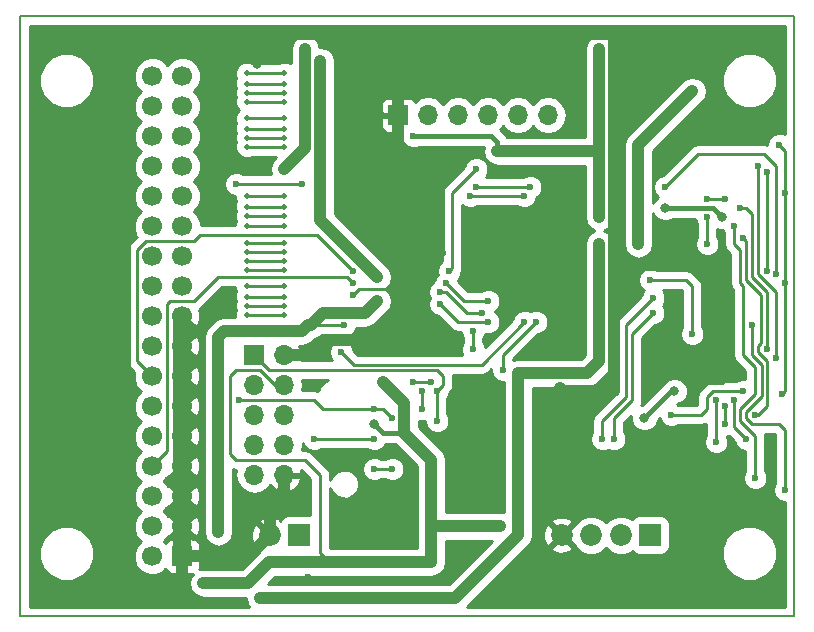
<source format=gbr>
G04 #@! TF.FileFunction,Copper,L2,Bot,Signal*
%FSLAX46Y46*%
G04 Gerber Fmt 4.6, Leading zero omitted, Abs format (unit mm)*
G04 Created by KiCad (PCBNEW 4.0.7) date 05/03/18 17:06:33*
%MOMM*%
%LPD*%
G01*
G04 APERTURE LIST*
%ADD10C,0.100000*%
%ADD11C,0.150000*%
%ADD12R,1.700000X1.700000*%
%ADD13O,1.700000X1.700000*%
%ADD14R,1.850000X1.850000*%
%ADD15C,1.850000*%
%ADD16C,1.700000*%
%ADD17C,0.800000*%
%ADD18C,0.600000*%
%ADD19C,0.500000*%
%ADD20C,0.400000*%
%ADD21C,1.000000*%
%ADD22C,0.250000*%
%ADD23C,1.500000*%
%ADD24C,0.254000*%
G04 APERTURE END LIST*
D10*
D11*
X84836000Y-117856000D02*
X84836000Y-67056000D01*
X150368000Y-117856000D02*
X84836000Y-117856000D01*
X150368000Y-67056000D02*
X150368000Y-117856000D01*
X84836000Y-67056000D02*
X150368000Y-67056000D01*
D12*
X104648000Y-95758000D03*
D13*
X107188000Y-95758000D03*
X104648000Y-98298000D03*
X107188000Y-98298000D03*
X104648000Y-100838000D03*
X107188000Y-100838000D03*
X104648000Y-103378000D03*
X107188000Y-103378000D03*
X104648000Y-105918000D03*
X107188000Y-105918000D03*
D14*
X108458000Y-110998000D03*
D15*
X105958000Y-110998000D03*
D12*
X98552000Y-112776000D03*
D16*
X96012000Y-112776000D03*
X98552000Y-110236000D03*
X96012000Y-110236000D03*
X98552000Y-107696000D03*
X96012000Y-107696000D03*
X98552000Y-105156000D03*
X96012000Y-105156000D03*
X98552000Y-102616000D03*
X96012000Y-102616000D03*
X98552000Y-100076000D03*
X96012000Y-100076000D03*
X98552000Y-97536000D03*
X96012000Y-97536000D03*
X98552000Y-94996000D03*
X96012000Y-94996000D03*
X98552000Y-92456000D03*
X96012000Y-92456000D03*
X98552000Y-89916000D03*
X96012000Y-89916000D03*
X98552000Y-87376000D03*
X96012000Y-87376000D03*
X98552000Y-84836000D03*
X96012000Y-84836000D03*
X98552000Y-82296000D03*
X96012000Y-82296000D03*
X98552000Y-79756000D03*
X96012000Y-79756000D03*
X98552000Y-77216000D03*
X96012000Y-77216000D03*
X98552000Y-74676000D03*
X96012000Y-74676000D03*
X98552000Y-72136000D03*
X96012000Y-72136000D03*
D12*
X116840000Y-75438000D03*
D13*
X119380000Y-75438000D03*
X121920000Y-75438000D03*
X124460000Y-75438000D03*
X127000000Y-75438000D03*
X129540000Y-75438000D03*
D14*
X138176000Y-110998000D03*
D15*
X135676000Y-110998000D03*
X133176000Y-110998000D03*
X130676000Y-110998000D03*
D17*
X127000000Y-101854000D03*
X140208000Y-98806000D03*
X137668000Y-101092000D03*
X110236000Y-70866000D03*
X127000000Y-109982000D03*
X133858000Y-86360000D03*
X137160000Y-86360000D03*
X141732000Y-73406000D03*
X127000000Y-97282000D03*
X115062000Y-89154000D03*
X115062000Y-91186000D03*
X101600000Y-110744000D03*
X105156000Y-116332000D03*
D18*
X109474000Y-93218000D03*
X112268000Y-93218000D03*
X123190000Y-105664000D03*
X135128000Y-82042000D03*
X116840000Y-85852000D03*
X118110000Y-72136000D03*
X109474000Y-98552000D03*
X110490000Y-94996000D03*
X109220000Y-114554000D03*
X117602000Y-111760000D03*
X139954000Y-106426000D03*
D17*
X141732000Y-98806000D03*
X144780000Y-97536000D03*
D18*
X113030000Y-90678000D03*
D17*
X104902000Y-68580000D03*
X104902000Y-71120000D03*
X143510000Y-88138000D03*
X130556000Y-98552000D03*
X135128000Y-98806000D03*
X112014000Y-80772000D03*
X114046000Y-95250000D03*
X139700000Y-68580000D03*
X135128000Y-68580000D03*
D18*
X120650000Y-87122000D03*
X122174000Y-80010000D03*
X100330000Y-115062000D03*
X118110000Y-77216000D03*
D17*
X133858000Y-84074000D03*
X139446000Y-83312000D03*
X144272000Y-84074000D03*
X133858000Y-69850000D03*
X125222000Y-78486000D03*
X108966000Y-69850000D03*
X107188000Y-80010000D03*
X114808000Y-101600000D03*
X115570000Y-98044000D03*
X125476000Y-110236000D03*
X119634000Y-107442000D03*
X119634000Y-113284000D03*
D18*
X123444000Y-80010000D03*
X121158000Y-88646000D03*
X146050000Y-98806000D03*
X139954000Y-100838000D03*
X149606000Y-89662000D03*
X149352000Y-99060000D03*
X149098000Y-77978000D03*
X149606000Y-82042000D03*
X147066000Y-100838000D03*
X146050000Y-85852000D03*
X145288000Y-84836000D03*
X147066000Y-106172000D03*
X143002000Y-84074000D03*
X143002000Y-86360000D03*
X143764000Y-99568000D03*
X143764000Y-103124000D03*
X148082000Y-95250000D03*
X145796000Y-83312000D03*
X143002000Y-82550000D03*
X144526000Y-82550000D03*
X148844000Y-88900000D03*
X139446000Y-81534000D03*
X127508000Y-82296000D03*
X122936000Y-82296000D03*
X128016000Y-81534000D03*
X123444000Y-81534000D03*
X124460000Y-91186000D03*
X120904000Y-89662000D03*
X123952000Y-92202000D03*
X120396000Y-90424000D03*
X124460000Y-92964000D03*
X120396000Y-91440000D03*
X123190000Y-95250000D03*
X123190000Y-93726000D03*
D19*
X104013000Y-92329000D03*
X107188000Y-92329000D03*
X104013000Y-91567000D03*
X107188000Y-91567000D03*
D18*
X113030000Y-89662000D03*
D19*
X104013000Y-90805000D03*
X107188000Y-90805000D03*
X104013000Y-89916000D03*
X107188000Y-89916000D03*
D18*
X113030000Y-88646000D03*
D19*
X104013000Y-88519000D03*
X107188000Y-88519000D03*
X104013000Y-87757000D03*
X107188000Y-87757000D03*
X104013000Y-86995000D03*
X107188000Y-86995000D03*
X104013000Y-86233000D03*
X107188000Y-86233000D03*
X104013000Y-84836000D03*
X107188000Y-84836000D03*
X104013000Y-83947000D03*
X107188000Y-83947000D03*
X104013000Y-83185000D03*
X107188000Y-83185000D03*
X104013000Y-82296000D03*
X107188000Y-82296000D03*
D18*
X108712000Y-81280000D03*
X103124000Y-81280000D03*
D19*
X104013000Y-78105000D03*
X107188000Y-78105000D03*
X104013000Y-77343000D03*
X107188000Y-77343000D03*
X104013000Y-76581000D03*
X107188000Y-76581000D03*
X104013000Y-75692000D03*
X107188000Y-75692000D03*
X104013000Y-74295000D03*
X107188000Y-74295000D03*
X104013000Y-73533000D03*
X107188000Y-73533000D03*
X104013000Y-72771000D03*
X107188000Y-72771000D03*
X104013000Y-71882000D03*
X107188000Y-71882000D03*
D18*
X148082000Y-80264000D03*
X148082000Y-88646000D03*
X144526000Y-100076000D03*
X144526000Y-101600000D03*
X145288000Y-99568000D03*
X146304000Y-102870000D03*
X149606000Y-107188000D03*
X146812000Y-93218000D03*
X147320000Y-79756000D03*
X148844000Y-96012000D03*
X127508000Y-92964000D03*
X112014000Y-95504000D03*
X118872000Y-98806000D03*
X118872000Y-100330000D03*
X118110000Y-98044000D03*
X119634000Y-98044000D03*
X103378000Y-99568000D03*
X114808000Y-100330000D03*
X116332000Y-101092000D03*
X114808000Y-105410000D03*
X116332000Y-105410000D03*
X120142000Y-98806000D03*
X120142000Y-101346000D03*
X114808000Y-102870000D03*
X109728000Y-102870000D03*
X141732000Y-93980000D03*
X138176000Y-89408000D03*
X138430000Y-92202000D03*
X135128000Y-102870000D03*
X138430000Y-90932000D03*
X134112000Y-102870000D03*
X125730000Y-97028000D03*
X128524000Y-92964000D03*
D20*
X140208000Y-98806000D02*
X139954000Y-98806000D01*
X137668000Y-101092000D02*
X139954000Y-98806000D01*
D21*
X110236000Y-70866000D02*
X110236000Y-73406000D01*
X132842000Y-97282000D02*
X127000000Y-97282000D01*
X133858000Y-96266000D02*
X132842000Y-97282000D01*
X133858000Y-86360000D02*
X133858000Y-96266000D01*
X137160000Y-77978000D02*
X137160000Y-86360000D01*
X141732000Y-73406000D02*
X137160000Y-77978000D01*
X127000000Y-103632000D02*
X127000000Y-101854000D01*
X127000000Y-105918000D02*
X127000000Y-103632000D01*
X127000000Y-109982000D02*
X127000000Y-105918000D01*
X127000000Y-101854000D02*
X127000000Y-99822000D01*
X127000000Y-99822000D02*
X127000000Y-97282000D01*
X109474000Y-93218000D02*
X110490000Y-92202000D01*
X110236000Y-73406000D02*
X110236000Y-84328000D01*
X110236000Y-84328000D02*
X115062000Y-89154000D01*
X114046000Y-92202000D02*
X110490000Y-92202000D01*
X115062000Y-91186000D02*
X114046000Y-92202000D01*
X109474000Y-93218000D02*
X109220000Y-93218000D01*
X109220000Y-93218000D02*
X108712000Y-93726000D01*
X108712000Y-93726000D02*
X102108000Y-93726000D01*
X102108000Y-93726000D02*
X101600000Y-94234000D01*
X101600000Y-94234000D02*
X101600000Y-110744000D01*
X105156000Y-116332000D02*
X121666000Y-116332000D01*
X121666000Y-116332000D02*
X127000000Y-110998000D01*
X127000000Y-110998000D02*
X127000000Y-109982000D01*
D22*
X112268000Y-93218000D02*
X109474000Y-93218000D01*
D20*
X144780000Y-97536000D02*
X144272000Y-98044000D01*
X142240000Y-98806000D02*
X141732000Y-98806000D01*
X143002000Y-98044000D02*
X142240000Y-98806000D01*
X144272000Y-98044000D02*
X143002000Y-98044000D01*
D21*
X98552000Y-112776000D02*
X98552000Y-114554000D01*
X93726000Y-69596000D02*
X94742000Y-68580000D01*
X93726000Y-114046000D02*
X93726000Y-69596000D01*
X94742000Y-115062000D02*
X93726000Y-114046000D01*
X98044000Y-115062000D02*
X94742000Y-115062000D01*
X98552000Y-114554000D02*
X98044000Y-115062000D01*
D22*
X135128000Y-81534000D02*
X135128000Y-82042000D01*
X116840000Y-85090000D02*
X116840000Y-85852000D01*
X116840000Y-72136000D02*
X118110000Y-72136000D01*
X110617000Y-94869000D02*
X110744000Y-94996000D01*
X110744000Y-94996000D02*
X110744000Y-94742000D01*
X113030000Y-90678000D02*
X113538000Y-90170000D01*
X113538000Y-90170000D02*
X116840000Y-90170000D01*
X116840000Y-90678000D02*
X116586000Y-90678000D01*
X116586000Y-90678000D02*
X116840000Y-90678000D01*
D20*
X104902000Y-71120000D02*
X104902000Y-68580000D01*
D21*
X107188000Y-95758000D02*
X109728000Y-95758000D01*
X109728000Y-95758000D02*
X110490000Y-94996000D01*
X110490000Y-94996000D02*
X110744000Y-94742000D01*
X110617000Y-94869000D02*
X110998000Y-94488000D01*
X110998000Y-94488000D02*
X114808000Y-94488000D01*
X143510000Y-88138000D02*
X138176000Y-88138000D01*
X138176000Y-88138000D02*
X135128000Y-88138000D01*
X135128000Y-88138000D02*
X135382000Y-88138000D01*
X135382000Y-88138000D02*
X135128000Y-88138000D01*
X130810000Y-98806000D02*
X135128000Y-98806000D01*
X130556000Y-98552000D02*
X130810000Y-98806000D01*
X135128000Y-98806000D02*
X135128000Y-88138000D01*
X135128000Y-88138000D02*
X135128000Y-81534000D01*
X135128000Y-81534000D02*
X135128000Y-68580000D01*
X112268000Y-80518000D02*
X116840000Y-80518000D01*
X112014000Y-80772000D02*
X112268000Y-80518000D01*
X116840000Y-75438000D02*
X116840000Y-80518000D01*
X116840000Y-80518000D02*
X116840000Y-85090000D01*
X116840000Y-85090000D02*
X116840000Y-85598000D01*
X116840000Y-85598000D02*
X116840000Y-90170000D01*
X116840000Y-90170000D02*
X116840000Y-90678000D01*
X116840000Y-90678000D02*
X116840000Y-92456000D01*
X116840000Y-92456000D02*
X114808000Y-94488000D01*
X114808000Y-94488000D02*
X114046000Y-95250000D01*
X116840000Y-75438000D02*
X116840000Y-72136000D01*
X116840000Y-72136000D02*
X116840000Y-68580000D01*
X94742000Y-68580000D02*
X116840000Y-68580000D01*
X116840000Y-68580000D02*
X135128000Y-68580000D01*
X135128000Y-68580000D02*
X139700000Y-68580000D01*
X107188000Y-105918000D02*
X107188000Y-107188000D01*
X105958000Y-108418000D02*
X105958000Y-110998000D01*
X107188000Y-107188000D02*
X105958000Y-108418000D01*
X98552000Y-112776000D02*
X104180000Y-112776000D01*
X104180000Y-112776000D02*
X105958000Y-110998000D01*
D22*
X120650000Y-81534000D02*
X120650000Y-87122000D01*
X122174000Y-80010000D02*
X120650000Y-81534000D01*
D23*
X98552000Y-92456000D02*
X98552000Y-94996000D01*
X98552000Y-94996000D02*
X98552000Y-97536000D01*
X98552000Y-97536000D02*
X98552000Y-100076000D01*
X98552000Y-100076000D02*
X98552000Y-102616000D01*
X98552000Y-102616000D02*
X98552000Y-105156000D01*
X98552000Y-105156000D02*
X98552000Y-107696000D01*
X98552000Y-107696000D02*
X98552000Y-110236000D01*
X98552000Y-110236000D02*
X98552000Y-112776000D01*
D21*
X119634000Y-113284000D02*
X105918000Y-113284000D01*
X104140000Y-115062000D02*
X100330000Y-115062000D01*
X105918000Y-113284000D02*
X104140000Y-115062000D01*
D20*
X125222000Y-77724000D02*
X125222000Y-78486000D01*
X124714000Y-77216000D02*
X125222000Y-77724000D01*
X118110000Y-77216000D02*
X124714000Y-77216000D01*
D21*
X133858000Y-84074000D02*
X133858000Y-78486000D01*
D20*
X140462000Y-83312000D02*
X139446000Y-83312000D01*
X143510000Y-83312000D02*
X140462000Y-83312000D01*
X144272000Y-84074000D02*
X143510000Y-83312000D01*
D21*
X125222000Y-78486000D02*
X133858000Y-78486000D01*
X133858000Y-78486000D02*
X133604000Y-78486000D01*
X133604000Y-78486000D02*
X133858000Y-78486000D01*
X133858000Y-69850000D02*
X133858000Y-78486000D01*
X108966000Y-78232000D02*
X108966000Y-69850000D01*
X107188000Y-80010000D02*
X108966000Y-78232000D01*
D20*
X115570000Y-102362000D02*
X117348000Y-102362000D01*
X114808000Y-101600000D02*
X115570000Y-102362000D01*
D21*
X119634000Y-107442000D02*
X119634000Y-104648000D01*
X117348000Y-99822000D02*
X115570000Y-98044000D01*
X117348000Y-102362000D02*
X117348000Y-99822000D01*
X119634000Y-104648000D02*
X117348000Y-102362000D01*
D22*
X119634000Y-113284000D02*
X110998000Y-113284000D01*
X105156000Y-97028000D02*
X106426000Y-98298000D01*
X103124000Y-97028000D02*
X105156000Y-97028000D01*
X102616000Y-97536000D02*
X103124000Y-97028000D01*
X102616000Y-104140000D02*
X102616000Y-97536000D01*
X103124000Y-104648000D02*
X102616000Y-104140000D01*
X108966000Y-104648000D02*
X103124000Y-104648000D01*
X110236000Y-105918000D02*
X108966000Y-104648000D01*
X110236000Y-112522000D02*
X110236000Y-105918000D01*
X110998000Y-113284000D02*
X110236000Y-112522000D01*
X106426000Y-98298000D02*
X107188000Y-98298000D01*
D21*
X125476000Y-110236000D02*
X119634000Y-110236000D01*
X119634000Y-113284000D02*
X119634000Y-110236000D01*
X119634000Y-110236000D02*
X119634000Y-107442000D01*
D22*
X121412000Y-82042000D02*
X123444000Y-80010000D01*
X121412000Y-88392000D02*
X121412000Y-82042000D01*
X121158000Y-88646000D02*
X121412000Y-88392000D01*
X143510000Y-98806000D02*
X146050000Y-98806000D01*
X143002000Y-99314000D02*
X143510000Y-98806000D01*
X143002000Y-100330000D02*
X143002000Y-99314000D01*
X142494000Y-100838000D02*
X143002000Y-100330000D01*
X139954000Y-100838000D02*
X142494000Y-100838000D01*
X149352000Y-99060000D02*
X149606000Y-98806000D01*
X149606000Y-98806000D02*
X149606000Y-89662000D01*
X149606000Y-89662000D02*
X149606000Y-82042000D01*
X149606000Y-78486000D02*
X149098000Y-77978000D01*
X149606000Y-82042000D02*
X149606000Y-78486000D01*
X147320000Y-95504000D02*
X148082000Y-96266000D01*
X147320000Y-100838000D02*
X147066000Y-100838000D01*
X148082000Y-100076000D02*
X147320000Y-100838000D01*
X148082000Y-96266000D02*
X148082000Y-100076000D01*
X147320000Y-90424000D02*
X147574000Y-90678000D01*
X147574000Y-94742000D02*
X147320000Y-94996000D01*
X147574000Y-90678000D02*
X147574000Y-94742000D01*
X147320000Y-95504000D02*
X147320000Y-94996000D01*
X146304000Y-86106000D02*
X146050000Y-85852000D01*
X146304000Y-89408000D02*
X146304000Y-86106000D01*
X147320000Y-90424000D02*
X146304000Y-89408000D01*
X147066000Y-102870000D02*
X147066000Y-102616000D01*
X147066000Y-102616000D02*
X146812000Y-102362000D01*
X146812000Y-102362000D02*
X145796000Y-101346000D01*
X145796000Y-101346000D02*
X145796000Y-100330000D01*
X145796000Y-100330000D02*
X147066000Y-99060000D01*
X147066000Y-99060000D02*
X147066000Y-96774000D01*
X147066000Y-96774000D02*
X146050000Y-95758000D01*
X146050000Y-95758000D02*
X146050000Y-89916000D01*
X146050000Y-89916000D02*
X145796000Y-89662000D01*
X145796000Y-89662000D02*
X145796000Y-86868000D01*
X145796000Y-86868000D02*
X145288000Y-86360000D01*
X145288000Y-86360000D02*
X145288000Y-84836000D01*
X147066000Y-106172000D02*
X147066000Y-102870000D01*
X143002000Y-86360000D02*
X143002000Y-84074000D01*
X143764000Y-103124000D02*
X143764000Y-99568000D01*
X148082000Y-95250000D02*
X148082000Y-90424000D01*
X148082000Y-90424000D02*
X146812000Y-89154000D01*
X146812000Y-89154000D02*
X146812000Y-83820000D01*
X146812000Y-83820000D02*
X146304000Y-83312000D01*
X146304000Y-83312000D02*
X145796000Y-83312000D01*
X144526000Y-82550000D02*
X143002000Y-82550000D01*
X148844000Y-79756000D02*
X147828000Y-78740000D01*
X139446000Y-81534000D02*
X142240000Y-78740000D01*
X147828000Y-78740000D02*
X142240000Y-78740000D01*
X148844000Y-88900000D02*
X148844000Y-79756000D01*
X122936000Y-82296000D02*
X127508000Y-82296000D01*
X123444000Y-81534000D02*
X128016000Y-81534000D01*
X122428000Y-91186000D02*
X124460000Y-91186000D01*
X120904000Y-89662000D02*
X122428000Y-91186000D01*
X122682000Y-92202000D02*
X123952000Y-92202000D01*
X120904000Y-90424000D02*
X122682000Y-92202000D01*
X120396000Y-90424000D02*
X120904000Y-90424000D01*
X121920000Y-92964000D02*
X124460000Y-92964000D01*
X120396000Y-91440000D02*
X121920000Y-92964000D01*
X123190000Y-93726000D02*
X123190000Y-95250000D01*
X107188000Y-92329000D02*
X104013000Y-92329000D01*
X107188000Y-91567000D02*
X104013000Y-91567000D01*
X97282000Y-103886000D02*
X96012000Y-105156000D01*
X97282000Y-91440000D02*
X97282000Y-103886000D01*
X97536000Y-91186000D02*
X97282000Y-91440000D01*
X99568000Y-91186000D02*
X97536000Y-91186000D01*
X101600000Y-89154000D02*
X99568000Y-91186000D01*
X112522000Y-89154000D02*
X101600000Y-89154000D01*
X113030000Y-89662000D02*
X112522000Y-89154000D01*
X107188000Y-90805000D02*
X104013000Y-90805000D01*
X107188000Y-89916000D02*
X104013000Y-89916000D01*
X94742000Y-96266000D02*
X96012000Y-97536000D01*
X94742000Y-86868000D02*
X94742000Y-96266000D01*
X95504000Y-86106000D02*
X94742000Y-86868000D01*
X99568000Y-86106000D02*
X95504000Y-86106000D01*
X100076000Y-85598000D02*
X99568000Y-86106000D01*
X109982000Y-85598000D02*
X100076000Y-85598000D01*
X113030000Y-88646000D02*
X109982000Y-85598000D01*
X107188000Y-88519000D02*
X104013000Y-88519000D01*
X107188000Y-87757000D02*
X104013000Y-87757000D01*
X107188000Y-86995000D02*
X104013000Y-86995000D01*
X107188000Y-86233000D02*
X104013000Y-86233000D01*
X107188000Y-84836000D02*
X104013000Y-84836000D01*
X107188000Y-83947000D02*
X104013000Y-83947000D01*
X107188000Y-83185000D02*
X104013000Y-83185000D01*
X107188000Y-82296000D02*
X104013000Y-82296000D01*
X103124000Y-81280000D02*
X108712000Y-81280000D01*
X107188000Y-78105000D02*
X104013000Y-78105000D01*
X107188000Y-77343000D02*
X104013000Y-77343000D01*
X107188000Y-76581000D02*
X104013000Y-76581000D01*
X107188000Y-75692000D02*
X104013000Y-75692000D01*
X107188000Y-74295000D02*
X104013000Y-74295000D01*
X107188000Y-73533000D02*
X104013000Y-73533000D01*
X107188000Y-72771000D02*
X104013000Y-72771000D01*
X107188000Y-71882000D02*
X104013000Y-71882000D01*
X148082000Y-88646000D02*
X148082000Y-80264000D01*
X144526000Y-101600000D02*
X144526000Y-100076000D01*
X145288000Y-101854000D02*
X145288000Y-99568000D01*
X146304000Y-102870000D02*
X145288000Y-101854000D01*
X149606000Y-102108000D02*
X149606000Y-107188000D01*
X149098000Y-101600000D02*
X149606000Y-102108000D01*
X146812000Y-101600000D02*
X149098000Y-101600000D01*
X146304000Y-101092000D02*
X146812000Y-101600000D01*
X146304000Y-100584000D02*
X146304000Y-101092000D01*
X147631998Y-99256002D02*
X146304000Y-100584000D01*
X147631998Y-96577998D02*
X147631998Y-99256002D01*
X146812000Y-95758000D02*
X147631998Y-96577998D01*
X146812000Y-93218000D02*
X146812000Y-95758000D01*
X147320000Y-88900000D02*
X147320000Y-79756000D01*
X147574000Y-89154000D02*
X147320000Y-88900000D01*
X148844000Y-90424000D02*
X147574000Y-89154000D01*
X148844000Y-96012000D02*
X148844000Y-90424000D01*
X127508000Y-92964000D02*
X123894002Y-96577998D01*
X123894002Y-96577998D02*
X113087998Y-96577998D01*
X113087998Y-96577998D02*
X112014000Y-95504000D01*
X118872000Y-100330000D02*
X118872000Y-98806000D01*
X118110000Y-98044000D02*
X119634000Y-98044000D01*
X110490000Y-100330000D02*
X114808000Y-100330000D01*
X110236000Y-100076000D02*
X110490000Y-100330000D01*
X109728000Y-99568000D02*
X110236000Y-100076000D01*
X103378000Y-99568000D02*
X109728000Y-99568000D01*
X115570000Y-100330000D02*
X114808000Y-100330000D01*
X116332000Y-101092000D02*
X115570000Y-100330000D01*
X104648000Y-95758000D02*
X105918000Y-97028000D01*
X120650000Y-98298000D02*
X120142000Y-98806000D01*
X120650000Y-97536000D02*
X120650000Y-98298000D01*
X120142000Y-97028000D02*
X120650000Y-97536000D01*
X105918000Y-97028000D02*
X120142000Y-97028000D01*
X116332000Y-105410000D02*
X114808000Y-105410000D01*
X120142000Y-101346000D02*
X120142000Y-98806000D01*
X109728000Y-102870000D02*
X114808000Y-102870000D01*
X141224000Y-89408000D02*
X141732000Y-89916000D01*
X141732000Y-93980000D02*
X141732000Y-89916000D01*
X141224000Y-89408000D02*
X138176000Y-89408000D01*
X135128000Y-102870000D02*
X135128000Y-101092000D01*
X135128000Y-101092000D02*
X135382000Y-100838000D01*
X136652000Y-99568000D02*
X135382000Y-100838000D01*
X136652000Y-93980000D02*
X136652000Y-99568000D01*
X138430000Y-92202000D02*
X136652000Y-93980000D01*
X134112000Y-102870000D02*
X134112000Y-101346000D01*
X134112000Y-101346000D02*
X135128000Y-100330000D01*
X135382000Y-100076000D02*
X135128000Y-100330000D01*
X135128000Y-100330000D02*
X134112000Y-101346000D01*
X138430000Y-90932000D02*
X136144000Y-93218000D01*
X136144000Y-93218000D02*
X136144000Y-99314000D01*
X136144000Y-99314000D02*
X135382000Y-100076000D01*
X125730000Y-95758000D02*
X125730000Y-97028000D01*
X128524000Y-92964000D02*
X125730000Y-95758000D01*
D24*
G36*
X149566000Y-77060312D02*
X149303179Y-76951179D01*
X148894613Y-76950822D01*
X148517011Y-77106844D01*
X148227860Y-77395492D01*
X148071179Y-77772821D01*
X148071036Y-77936343D01*
X147828000Y-77888000D01*
X142240000Y-77888000D01*
X141913954Y-77952855D01*
X141637545Y-78137545D01*
X139268246Y-80506844D01*
X139242613Y-80506822D01*
X138865011Y-80662844D01*
X138575860Y-80951492D01*
X138419179Y-81328821D01*
X138418822Y-81737387D01*
X138574844Y-82114989D01*
X138813406Y-82353967D01*
X138808440Y-82356019D01*
X138491133Y-82672772D01*
X138387000Y-82923552D01*
X138387000Y-78486240D01*
X142599620Y-74273620D01*
X142865600Y-73875552D01*
X142959000Y-73406000D01*
X142873834Y-72977838D01*
X144230597Y-72977838D01*
X144584115Y-73833418D01*
X145238139Y-74488585D01*
X146093100Y-74843596D01*
X147018838Y-74844403D01*
X147874418Y-74490885D01*
X148529585Y-73836861D01*
X148884596Y-72981900D01*
X148885403Y-72056162D01*
X148531885Y-71200582D01*
X147877861Y-70545415D01*
X147022900Y-70190404D01*
X146097162Y-70189597D01*
X145241582Y-70543115D01*
X144586415Y-71197139D01*
X144231404Y-72052100D01*
X144230597Y-72977838D01*
X142873834Y-72977838D01*
X142865600Y-72936448D01*
X142599620Y-72538380D01*
X142201552Y-72272400D01*
X141732000Y-72179000D01*
X141262448Y-72272400D01*
X140864380Y-72538380D01*
X136292380Y-77110380D01*
X136026400Y-77508447D01*
X135933000Y-77978000D01*
X135933000Y-86360000D01*
X136026400Y-86829553D01*
X136292380Y-87227620D01*
X136690447Y-87493600D01*
X137160000Y-87587000D01*
X137629553Y-87493600D01*
X138027620Y-87227620D01*
X138293600Y-86829553D01*
X138387000Y-86360000D01*
X138387000Y-83700235D01*
X138490019Y-83949560D01*
X138806772Y-84266867D01*
X139220842Y-84438804D01*
X139669191Y-84439195D01*
X140083560Y-84267981D01*
X140112592Y-84239000D01*
X141974856Y-84239000D01*
X141974822Y-84277387D01*
X142130844Y-84654989D01*
X142150000Y-84674178D01*
X142150000Y-85759384D01*
X142131860Y-85777492D01*
X141975179Y-86154821D01*
X141974822Y-86563387D01*
X142130844Y-86940989D01*
X142419492Y-87230140D01*
X142796821Y-87386821D01*
X143205387Y-87387178D01*
X143582989Y-87231156D01*
X143872140Y-86942508D01*
X144028821Y-86565179D01*
X144029178Y-86156613D01*
X143873156Y-85779011D01*
X143854000Y-85759822D01*
X143854000Y-85120729D01*
X144046842Y-85200804D01*
X144327619Y-85201049D01*
X144416844Y-85416989D01*
X144436000Y-85436178D01*
X144436000Y-86360000D01*
X144500855Y-86686046D01*
X144685545Y-86962455D01*
X144944000Y-87220910D01*
X144944000Y-89662000D01*
X145008855Y-89988046D01*
X145193545Y-90264455D01*
X145198000Y-90268910D01*
X145198000Y-95758000D01*
X145262855Y-96084046D01*
X145447545Y-96360455D01*
X146214000Y-97126910D01*
X146214000Y-97779143D01*
X145846613Y-97778822D01*
X145469011Y-97934844D01*
X145449822Y-97954000D01*
X143510000Y-97954000D01*
X143183953Y-98018855D01*
X142907545Y-98203545D01*
X142399545Y-98711545D01*
X142214855Y-98987954D01*
X142150000Y-99314000D01*
X142150000Y-99977090D01*
X142141090Y-99986000D01*
X140554616Y-99986000D01*
X140536508Y-99967860D01*
X140442135Y-99928673D01*
X140845560Y-99761981D01*
X141162867Y-99445228D01*
X141334804Y-99031158D01*
X141335195Y-98582809D01*
X141163981Y-98168440D01*
X140847228Y-97851133D01*
X140433158Y-97679196D01*
X139984809Y-97678805D01*
X139570440Y-97850019D01*
X139253133Y-98166772D01*
X139232456Y-98216568D01*
X137484185Y-99964839D01*
X137444809Y-99964805D01*
X137371674Y-99995024D01*
X137439145Y-99894046D01*
X137504000Y-99568000D01*
X137504000Y-94332910D01*
X138607754Y-93229156D01*
X138633387Y-93229178D01*
X139010989Y-93073156D01*
X139300140Y-92784508D01*
X139456821Y-92407179D01*
X139457178Y-91998613D01*
X139301156Y-91621011D01*
X139247397Y-91567159D01*
X139300140Y-91514508D01*
X139456821Y-91137179D01*
X139457178Y-90728613D01*
X139301156Y-90351011D01*
X139210303Y-90260000D01*
X140871090Y-90260000D01*
X140880000Y-90268910D01*
X140880000Y-93379384D01*
X140861860Y-93397492D01*
X140705179Y-93774821D01*
X140704822Y-94183387D01*
X140860844Y-94560989D01*
X141149492Y-94850140D01*
X141526821Y-95006821D01*
X141935387Y-95007178D01*
X142312989Y-94851156D01*
X142602140Y-94562508D01*
X142758821Y-94185179D01*
X142759178Y-93776613D01*
X142603156Y-93399011D01*
X142584000Y-93379822D01*
X142584000Y-89916000D01*
X142573932Y-89865387D01*
X142519145Y-89589953D01*
X142334455Y-89313545D01*
X141826455Y-88805545D01*
X141550046Y-88620855D01*
X141224000Y-88556000D01*
X138776616Y-88556000D01*
X138758508Y-88537860D01*
X138381179Y-88381179D01*
X137972613Y-88380822D01*
X137595011Y-88536844D01*
X137305860Y-88825492D01*
X137149179Y-89202821D01*
X137148822Y-89611387D01*
X137304844Y-89988989D01*
X137593492Y-90278140D01*
X137620219Y-90289238D01*
X137559860Y-90349492D01*
X137403179Y-90726821D01*
X137403155Y-90753935D01*
X135541545Y-92615545D01*
X135356855Y-92891954D01*
X135292000Y-93218000D01*
X135292000Y-98961090D01*
X133509545Y-100743545D01*
X133324855Y-101019954D01*
X133260000Y-101346000D01*
X133260000Y-102269384D01*
X133241860Y-102287492D01*
X133085179Y-102664821D01*
X133084822Y-103073387D01*
X133240844Y-103450989D01*
X133529492Y-103740140D01*
X133906821Y-103896821D01*
X134315387Y-103897178D01*
X134620285Y-103771197D01*
X134922821Y-103896821D01*
X135331387Y-103897178D01*
X135708989Y-103741156D01*
X135998140Y-103452508D01*
X136154821Y-103075179D01*
X136155178Y-102666613D01*
X135999156Y-102289011D01*
X135980000Y-102269822D01*
X135980000Y-101444910D01*
X136541181Y-100883729D01*
X136540805Y-101315191D01*
X136712019Y-101729560D01*
X137028772Y-102046867D01*
X137442842Y-102218804D01*
X137891191Y-102219195D01*
X138305560Y-102047981D01*
X138622867Y-101731228D01*
X138794804Y-101317158D01*
X138794840Y-101276136D01*
X138956869Y-101114107D01*
X139082844Y-101418989D01*
X139371492Y-101708140D01*
X139748821Y-101864821D01*
X140157387Y-101865178D01*
X140534989Y-101709156D01*
X140554178Y-101690000D01*
X142494000Y-101690000D01*
X142820046Y-101625145D01*
X142912000Y-101563703D01*
X142912000Y-102523384D01*
X142893860Y-102541492D01*
X142737179Y-102918821D01*
X142736822Y-103327387D01*
X142892844Y-103704989D01*
X143181492Y-103994140D01*
X143558821Y-104150821D01*
X143967387Y-104151178D01*
X144344989Y-103995156D01*
X144634140Y-103706508D01*
X144790821Y-103329179D01*
X144791178Y-102920613D01*
X144669912Y-102627126D01*
X144729387Y-102627178D01*
X144819170Y-102590080D01*
X145276844Y-103047754D01*
X145276822Y-103073387D01*
X145432844Y-103450989D01*
X145721492Y-103740140D01*
X146098821Y-103896821D01*
X146214000Y-103896922D01*
X146214000Y-105571384D01*
X146195860Y-105589492D01*
X146039179Y-105966821D01*
X146038822Y-106375387D01*
X146194844Y-106752989D01*
X146483492Y-107042140D01*
X146860821Y-107198821D01*
X147269387Y-107199178D01*
X147646989Y-107043156D01*
X147936140Y-106754508D01*
X148092821Y-106377179D01*
X148093178Y-105968613D01*
X147937156Y-105591011D01*
X147918000Y-105571822D01*
X147918000Y-102616000D01*
X147885378Y-102452000D01*
X148745090Y-102452000D01*
X148754000Y-102460910D01*
X148754000Y-106587384D01*
X148735860Y-106605492D01*
X148579179Y-106982821D01*
X148578822Y-107391387D01*
X148734844Y-107768989D01*
X149023492Y-108058140D01*
X149400821Y-108214821D01*
X149566000Y-108214965D01*
X149566000Y-117054000D01*
X122679240Y-117054000D01*
X126750402Y-112982838D01*
X144230597Y-112982838D01*
X144584115Y-113838418D01*
X145238139Y-114493585D01*
X146093100Y-114848596D01*
X147018838Y-114849403D01*
X147874418Y-114495885D01*
X148529585Y-113841861D01*
X148884596Y-112986900D01*
X148885403Y-112061162D01*
X148531885Y-111205582D01*
X147877861Y-110550415D01*
X147022900Y-110195404D01*
X146097162Y-110194597D01*
X145241582Y-110548115D01*
X144586415Y-111202139D01*
X144231404Y-112057100D01*
X144230597Y-112982838D01*
X126750402Y-112982838D01*
X127636984Y-112096256D01*
X129757349Y-112096256D01*
X129846821Y-112355332D01*
X130429368Y-112569325D01*
X131049461Y-112544097D01*
X131505179Y-112355332D01*
X131594651Y-112096256D01*
X130676000Y-111177605D01*
X129757349Y-112096256D01*
X127636984Y-112096256D01*
X127867620Y-111865620D01*
X128062678Y-111573695D01*
X128133600Y-111467553D01*
X128227000Y-110998000D01*
X128227000Y-110751368D01*
X129104675Y-110751368D01*
X129129903Y-111371461D01*
X129318668Y-111827179D01*
X129577744Y-111916651D01*
X130496395Y-110998000D01*
X130855605Y-110998000D01*
X131763786Y-111906181D01*
X131774686Y-111932561D01*
X132238995Y-112397681D01*
X132845955Y-112649713D01*
X133503162Y-112650287D01*
X134110561Y-112399314D01*
X134426143Y-112084282D01*
X134738995Y-112397681D01*
X135345955Y-112649713D01*
X136003162Y-112650287D01*
X136610561Y-112399314D01*
X136661116Y-112348847D01*
X136719672Y-112439846D01*
X136962615Y-112605843D01*
X137251000Y-112664242D01*
X139101000Y-112664242D01*
X139370410Y-112613549D01*
X139617846Y-112454328D01*
X139783843Y-112211385D01*
X139842242Y-111923000D01*
X139842242Y-110073000D01*
X139791549Y-109803590D01*
X139632328Y-109556154D01*
X139389385Y-109390157D01*
X139101000Y-109331758D01*
X137251000Y-109331758D01*
X136981590Y-109382451D01*
X136734154Y-109541672D01*
X136661948Y-109647348D01*
X136613005Y-109598319D01*
X136006045Y-109346287D01*
X135348838Y-109345713D01*
X134741439Y-109596686D01*
X134425857Y-109911718D01*
X134113005Y-109598319D01*
X133506045Y-109346287D01*
X132848838Y-109345713D01*
X132241439Y-109596686D01*
X131776319Y-110060995D01*
X131764751Y-110088854D01*
X130855605Y-110998000D01*
X130496395Y-110998000D01*
X129577744Y-110079349D01*
X129318668Y-110168821D01*
X129104675Y-110751368D01*
X128227000Y-110751368D01*
X128227000Y-109899744D01*
X129757349Y-109899744D01*
X130676000Y-110818395D01*
X131594651Y-109899744D01*
X131505179Y-109640668D01*
X130922632Y-109426675D01*
X130302539Y-109451903D01*
X129846821Y-109640668D01*
X129757349Y-109899744D01*
X128227000Y-109899744D01*
X128227000Y-98509000D01*
X132842000Y-98509000D01*
X133311553Y-98415600D01*
X133709620Y-98149620D01*
X134725620Y-97133620D01*
X134879017Y-96904045D01*
X134991600Y-96735553D01*
X135085000Y-96266000D01*
X135085000Y-86360000D01*
X134991600Y-85890447D01*
X134725620Y-85492380D01*
X134327553Y-85226400D01*
X134280296Y-85217000D01*
X134327553Y-85207600D01*
X134725620Y-84941620D01*
X134991600Y-84543553D01*
X135085000Y-84074000D01*
X135085000Y-69850000D01*
X134991600Y-69380447D01*
X134725620Y-68982380D01*
X134327553Y-68716400D01*
X133858000Y-68623000D01*
X133388447Y-68716400D01*
X132990380Y-68982380D01*
X132724400Y-69380447D01*
X132631000Y-69850000D01*
X132631000Y-77259000D01*
X126004768Y-77259000D01*
X125877488Y-77068512D01*
X125465929Y-76656953D01*
X125575107Y-76584002D01*
X125730000Y-76352189D01*
X125884893Y-76584002D01*
X126396508Y-76925853D01*
X127000000Y-77045895D01*
X127603492Y-76925853D01*
X128115107Y-76584002D01*
X128270000Y-76352189D01*
X128424893Y-76584002D01*
X128936508Y-76925853D01*
X129540000Y-77045895D01*
X130143492Y-76925853D01*
X130655107Y-76584002D01*
X130996958Y-76072387D01*
X131117000Y-75468895D01*
X131117000Y-75407105D01*
X130996958Y-74803613D01*
X130655107Y-74291998D01*
X130143492Y-73950147D01*
X129540000Y-73830105D01*
X128936508Y-73950147D01*
X128424893Y-74291998D01*
X128270000Y-74523811D01*
X128115107Y-74291998D01*
X127603492Y-73950147D01*
X127000000Y-73830105D01*
X126396508Y-73950147D01*
X125884893Y-74291998D01*
X125730000Y-74523811D01*
X125575107Y-74291998D01*
X125063492Y-73950147D01*
X124460000Y-73830105D01*
X123856508Y-73950147D01*
X123344893Y-74291998D01*
X123190000Y-74523811D01*
X123035107Y-74291998D01*
X122523492Y-73950147D01*
X121920000Y-73830105D01*
X121316508Y-73950147D01*
X120804893Y-74291998D01*
X120650000Y-74523811D01*
X120495107Y-74291998D01*
X119983492Y-73950147D01*
X119380000Y-73830105D01*
X118776508Y-73950147D01*
X118264893Y-74291998D01*
X118258607Y-74301405D01*
X118228327Y-74228302D01*
X118049699Y-74049673D01*
X117816310Y-73953000D01*
X117125750Y-73953000D01*
X116967000Y-74111750D01*
X116967000Y-75311000D01*
X116987000Y-75311000D01*
X116987000Y-75565000D01*
X116967000Y-75565000D01*
X116967000Y-76764250D01*
X117121437Y-76918687D01*
X117083179Y-77010821D01*
X117082822Y-77419387D01*
X117238844Y-77796989D01*
X117527492Y-78086140D01*
X117904821Y-78242821D01*
X118313387Y-78243178D01*
X118555836Y-78143000D01*
X124063227Y-78143000D01*
X123995000Y-78486000D01*
X124088400Y-78955553D01*
X124354380Y-79353620D01*
X124752447Y-79619600D01*
X125222000Y-79713000D01*
X132631000Y-79713000D01*
X132631000Y-84074000D01*
X132724400Y-84543553D01*
X132990380Y-84941620D01*
X133388447Y-85207600D01*
X133435704Y-85217000D01*
X133388447Y-85226400D01*
X132990380Y-85492380D01*
X132724400Y-85890447D01*
X132631000Y-86360000D01*
X132631000Y-95757760D01*
X132333760Y-96055000D01*
X127000000Y-96055000D01*
X126582000Y-96138145D01*
X126582000Y-96110910D01*
X128701754Y-93991156D01*
X128727387Y-93991178D01*
X129104989Y-93835156D01*
X129394140Y-93546508D01*
X129550821Y-93169179D01*
X129551178Y-92760613D01*
X129395156Y-92383011D01*
X129106508Y-92093860D01*
X128729179Y-91937179D01*
X128320613Y-91936822D01*
X128015715Y-92062803D01*
X127713179Y-91937179D01*
X127304613Y-91936822D01*
X126927011Y-92092844D01*
X126637860Y-92381492D01*
X126481179Y-92758821D01*
X126481155Y-92785935D01*
X124217175Y-95049915D01*
X124217178Y-95046613D01*
X124061156Y-94669011D01*
X124042000Y-94649822D01*
X124042000Y-94326616D01*
X124060140Y-94308508D01*
X124201286Y-93968591D01*
X124254821Y-93990821D01*
X124663387Y-93991178D01*
X125040989Y-93835156D01*
X125330140Y-93546508D01*
X125486821Y-93169179D01*
X125487178Y-92760613D01*
X125331156Y-92383011D01*
X125042508Y-92093860D01*
X124997445Y-92075148D01*
X125040989Y-92057156D01*
X125330140Y-91768508D01*
X125486821Y-91391179D01*
X125487178Y-90982613D01*
X125331156Y-90605011D01*
X125042508Y-90315860D01*
X124665179Y-90159179D01*
X124256613Y-90158822D01*
X123879011Y-90314844D01*
X123859822Y-90334000D01*
X122780910Y-90334000D01*
X121931156Y-89484246D01*
X121931178Y-89458613D01*
X121892180Y-89364231D01*
X122028140Y-89228508D01*
X122184821Y-88851179D01*
X122184919Y-88739337D01*
X122199145Y-88718046D01*
X122264000Y-88392000D01*
X122264000Y-83076492D01*
X122353492Y-83166140D01*
X122730821Y-83322821D01*
X123139387Y-83323178D01*
X123516989Y-83167156D01*
X123536178Y-83148000D01*
X126907384Y-83148000D01*
X126925492Y-83166140D01*
X127302821Y-83322821D01*
X127711387Y-83323178D01*
X128088989Y-83167156D01*
X128378140Y-82878508D01*
X128534821Y-82501179D01*
X128534882Y-82430818D01*
X128596989Y-82405156D01*
X128886140Y-82116508D01*
X129042821Y-81739179D01*
X129043178Y-81330613D01*
X128887156Y-80953011D01*
X128598508Y-80663860D01*
X128221179Y-80507179D01*
X127812613Y-80506822D01*
X127435011Y-80662844D01*
X127415822Y-80682000D01*
X124224492Y-80682000D01*
X124314140Y-80592508D01*
X124470821Y-80215179D01*
X124471178Y-79806613D01*
X124315156Y-79429011D01*
X124026508Y-79139860D01*
X123649179Y-78983179D01*
X123240613Y-78982822D01*
X122863011Y-79138844D01*
X122573860Y-79427492D01*
X122417179Y-79804821D01*
X122417155Y-79831935D01*
X120809545Y-81439545D01*
X120624855Y-81715954D01*
X120560000Y-82042000D01*
X120560000Y-87791825D01*
X120287860Y-88063492D01*
X120131179Y-88440821D01*
X120130822Y-88849387D01*
X120169820Y-88943769D01*
X120033860Y-89079492D01*
X119877179Y-89456821D01*
X119877118Y-89527182D01*
X119815011Y-89552844D01*
X119525860Y-89841492D01*
X119369179Y-90218821D01*
X119368822Y-90627387D01*
X119494803Y-90932285D01*
X119369179Y-91234821D01*
X119368822Y-91643387D01*
X119524844Y-92020989D01*
X119813492Y-92310140D01*
X120190821Y-92466821D01*
X120217935Y-92466845D01*
X121317545Y-93566455D01*
X121593953Y-93751145D01*
X121920000Y-93816000D01*
X122162921Y-93816000D01*
X122162822Y-93929387D01*
X122318844Y-94306989D01*
X122338000Y-94326178D01*
X122338000Y-94649384D01*
X122319860Y-94667492D01*
X122163179Y-95044821D01*
X122162822Y-95453387D01*
X122275463Y-95725998D01*
X113440908Y-95725998D01*
X113041156Y-95326246D01*
X113041178Y-95300613D01*
X112885156Y-94923011D01*
X112596508Y-94633860D01*
X112219179Y-94477179D01*
X111810613Y-94476822D01*
X111433011Y-94632844D01*
X111143860Y-94921492D01*
X110987179Y-95298821D01*
X110986822Y-95707387D01*
X111142844Y-96084989D01*
X111233697Y-96176000D01*
X108604165Y-96176000D01*
X108629476Y-96114890D01*
X108508155Y-95885000D01*
X107315000Y-95885000D01*
X107315000Y-95905000D01*
X107061000Y-95905000D01*
X107061000Y-95885000D01*
X107041000Y-95885000D01*
X107041000Y-95631000D01*
X107061000Y-95631000D01*
X107061000Y-95611000D01*
X107315000Y-95611000D01*
X107315000Y-95631000D01*
X108508155Y-95631000D01*
X108629476Y-95401110D01*
X108459645Y-94991076D01*
X108424945Y-94953000D01*
X108712000Y-94953000D01*
X109181553Y-94859600D01*
X109579620Y-94593620D01*
X109791369Y-94381871D01*
X109943553Y-94351600D01*
X110341620Y-94085620D01*
X110357240Y-94070000D01*
X111667384Y-94070000D01*
X111685492Y-94088140D01*
X112062821Y-94244821D01*
X112471387Y-94245178D01*
X112848989Y-94089156D01*
X113138140Y-93800508D01*
X113292404Y-93429000D01*
X114046000Y-93429000D01*
X114515553Y-93335600D01*
X114913620Y-93069620D01*
X115929620Y-92053620D01*
X116195600Y-91655552D01*
X116289000Y-91186000D01*
X116195600Y-90716448D01*
X115929620Y-90318380D01*
X115707554Y-90170000D01*
X115929620Y-90021620D01*
X116195601Y-89623552D01*
X116289000Y-89154000D01*
X116195601Y-88684448D01*
X115929620Y-88286380D01*
X111463000Y-83819760D01*
X111463000Y-75723750D01*
X115355000Y-75723750D01*
X115355000Y-76414309D01*
X115451673Y-76647698D01*
X115630301Y-76826327D01*
X115863690Y-76923000D01*
X116554250Y-76923000D01*
X116713000Y-76764250D01*
X116713000Y-75565000D01*
X115513750Y-75565000D01*
X115355000Y-75723750D01*
X111463000Y-75723750D01*
X111463000Y-74461691D01*
X115355000Y-74461691D01*
X115355000Y-75152250D01*
X115513750Y-75311000D01*
X116713000Y-75311000D01*
X116713000Y-74111750D01*
X116554250Y-73953000D01*
X115863690Y-73953000D01*
X115630301Y-74049673D01*
X115451673Y-74228302D01*
X115355000Y-74461691D01*
X111463000Y-74461691D01*
X111463000Y-70866000D01*
X111369600Y-70396447D01*
X111103620Y-69998380D01*
X110705553Y-69732400D01*
X110236000Y-69639000D01*
X110154263Y-69655258D01*
X110099600Y-69380447D01*
X109833620Y-68982380D01*
X109435553Y-68716400D01*
X108966000Y-68623000D01*
X108496447Y-68716400D01*
X108098380Y-68982380D01*
X107832400Y-69380447D01*
X107739000Y-69850000D01*
X107739000Y-71052914D01*
X107383190Y-70905170D01*
X106994515Y-70904830D01*
X106691581Y-71030000D01*
X104508816Y-71030000D01*
X104208190Y-70905170D01*
X103819515Y-70904830D01*
X103460297Y-71053256D01*
X103185222Y-71327851D01*
X103036170Y-71686810D01*
X103035830Y-72075485D01*
X103139620Y-72326675D01*
X103036170Y-72575810D01*
X103035830Y-72964485D01*
X103113317Y-73152018D01*
X103036170Y-73337810D01*
X103035830Y-73726485D01*
X103113317Y-73914018D01*
X103036170Y-74099810D01*
X103035830Y-74488485D01*
X103184256Y-74847703D01*
X103329812Y-74993513D01*
X103185222Y-75137851D01*
X103036170Y-75496810D01*
X103035830Y-75885485D01*
X103139620Y-76136675D01*
X103036170Y-76385810D01*
X103035830Y-76774485D01*
X103113317Y-76962018D01*
X103036170Y-77147810D01*
X103035830Y-77536485D01*
X103113317Y-77724018D01*
X103036170Y-77909810D01*
X103035830Y-78298485D01*
X103184256Y-78657703D01*
X103458851Y-78932778D01*
X103817810Y-79081830D01*
X104206485Y-79082170D01*
X104509419Y-78957000D01*
X106505760Y-78957000D01*
X106320380Y-79142380D01*
X106054400Y-79540448D01*
X105961000Y-80010000D01*
X106044146Y-80428000D01*
X103724616Y-80428000D01*
X103706508Y-80409860D01*
X103329179Y-80253179D01*
X102920613Y-80252822D01*
X102543011Y-80408844D01*
X102253860Y-80697492D01*
X102097179Y-81074821D01*
X102096822Y-81483387D01*
X102252844Y-81860989D01*
X102541492Y-82150140D01*
X102918821Y-82306821D01*
X103035990Y-82306923D01*
X103035830Y-82489485D01*
X103139620Y-82740675D01*
X103036170Y-82989810D01*
X103035830Y-83378485D01*
X103113317Y-83566018D01*
X103036170Y-83751810D01*
X103035830Y-84140485D01*
X103139620Y-84391675D01*
X103036170Y-84640810D01*
X103036078Y-84746000D01*
X100129079Y-84746000D01*
X100129273Y-84523692D01*
X99889695Y-83943868D01*
X99512216Y-83565730D01*
X99888136Y-83190465D01*
X100128725Y-82611061D01*
X100129273Y-81983692D01*
X99889695Y-81403868D01*
X99512216Y-81025730D01*
X99888136Y-80650465D01*
X100128725Y-80071061D01*
X100129273Y-79443692D01*
X99889695Y-78863868D01*
X99512216Y-78485730D01*
X99888136Y-78110465D01*
X100128725Y-77531061D01*
X100129273Y-76903692D01*
X99889695Y-76323868D01*
X99512216Y-75945730D01*
X99888136Y-75570465D01*
X100128725Y-74991061D01*
X100129273Y-74363692D01*
X99889695Y-73783868D01*
X99512216Y-73405730D01*
X99888136Y-73030465D01*
X100128725Y-72451061D01*
X100129273Y-71823692D01*
X99889695Y-71243868D01*
X99446465Y-70799864D01*
X98867061Y-70559275D01*
X98239692Y-70558727D01*
X97659868Y-70798305D01*
X97281730Y-71175784D01*
X96906465Y-70799864D01*
X96327061Y-70559275D01*
X95699692Y-70558727D01*
X95119868Y-70798305D01*
X94675864Y-71241535D01*
X94435275Y-71820939D01*
X94434727Y-72448308D01*
X94674305Y-73028132D01*
X95051784Y-73406270D01*
X94675864Y-73781535D01*
X94435275Y-74360939D01*
X94434727Y-74988308D01*
X94674305Y-75568132D01*
X95051784Y-75946270D01*
X94675864Y-76321535D01*
X94435275Y-76900939D01*
X94434727Y-77528308D01*
X94674305Y-78108132D01*
X95051784Y-78486270D01*
X94675864Y-78861535D01*
X94435275Y-79440939D01*
X94434727Y-80068308D01*
X94674305Y-80648132D01*
X95051784Y-81026270D01*
X94675864Y-81401535D01*
X94435275Y-81980939D01*
X94434727Y-82608308D01*
X94674305Y-83188132D01*
X95051784Y-83566270D01*
X94675864Y-83941535D01*
X94435275Y-84520939D01*
X94434727Y-85148308D01*
X94674305Y-85728132D01*
X94675630Y-85729460D01*
X94139545Y-86265545D01*
X93954855Y-86541954D01*
X93890000Y-86868000D01*
X93890000Y-96266000D01*
X93954855Y-96592046D01*
X94139545Y-96868455D01*
X94451927Y-97180837D01*
X94435275Y-97220939D01*
X94434727Y-97848308D01*
X94674305Y-98428132D01*
X95051784Y-98806270D01*
X94675864Y-99181535D01*
X94435275Y-99760939D01*
X94434727Y-100388308D01*
X94674305Y-100968132D01*
X95051784Y-101346270D01*
X94675864Y-101721535D01*
X94435275Y-102300939D01*
X94434727Y-102928308D01*
X94674305Y-103508132D01*
X95051784Y-103886270D01*
X94675864Y-104261535D01*
X94435275Y-104840939D01*
X94434727Y-105468308D01*
X94674305Y-106048132D01*
X95051784Y-106426270D01*
X94675864Y-106801535D01*
X94435275Y-107380939D01*
X94434727Y-108008308D01*
X94674305Y-108588132D01*
X95051784Y-108966270D01*
X94675864Y-109341535D01*
X94435275Y-109920939D01*
X94434727Y-110548308D01*
X94674305Y-111128132D01*
X95051784Y-111506270D01*
X94675864Y-111881535D01*
X94435275Y-112460939D01*
X94434727Y-113088308D01*
X94674305Y-113668132D01*
X95117535Y-114112136D01*
X95696939Y-114352725D01*
X96324308Y-114353273D01*
X96904132Y-114113695D01*
X97125258Y-113892955D01*
X97163673Y-113985698D01*
X97342301Y-114164327D01*
X97575690Y-114261000D01*
X98266250Y-114261000D01*
X98425000Y-114102250D01*
X98425000Y-112903000D01*
X98405000Y-112903000D01*
X98405000Y-112649000D01*
X98425000Y-112649000D01*
X98425000Y-112629000D01*
X98679000Y-112629000D01*
X98679000Y-112649000D01*
X99878250Y-112649000D01*
X100037000Y-112490250D01*
X100037000Y-111799691D01*
X99940327Y-111566302D01*
X99761699Y-111387673D01*
X99528310Y-111291000D01*
X99412826Y-111291000D01*
X99416353Y-111279958D01*
X98552000Y-110415605D01*
X97687647Y-111279958D01*
X97691174Y-111291000D01*
X97575690Y-111291000D01*
X97342301Y-111387673D01*
X97163673Y-111566302D01*
X97125259Y-111659040D01*
X96972216Y-111505730D01*
X97348136Y-111130465D01*
X97377901Y-111058782D01*
X97508042Y-111100353D01*
X98372395Y-110236000D01*
X98731605Y-110236000D01*
X99595958Y-111100353D01*
X99847259Y-111020080D01*
X100048718Y-110464721D01*
X100022315Y-109874542D01*
X99847259Y-109451920D01*
X99595958Y-109371647D01*
X98731605Y-110236000D01*
X98372395Y-110236000D01*
X97508042Y-109371647D01*
X97378297Y-109413091D01*
X97349695Y-109343868D01*
X96972216Y-108965730D01*
X97198382Y-108739958D01*
X97687647Y-108739958D01*
X97759852Y-108966000D01*
X97687647Y-109192042D01*
X98552000Y-110056395D01*
X99416353Y-109192042D01*
X99344148Y-108966000D01*
X99416353Y-108739958D01*
X98552000Y-107875605D01*
X97687647Y-108739958D01*
X97198382Y-108739958D01*
X97348136Y-108590465D01*
X97377901Y-108518782D01*
X97508042Y-108560353D01*
X98372395Y-107696000D01*
X98731605Y-107696000D01*
X99595958Y-108560353D01*
X99847259Y-108480080D01*
X100048718Y-107924721D01*
X100022315Y-107334542D01*
X99847259Y-106911920D01*
X99595958Y-106831647D01*
X98731605Y-107696000D01*
X98372395Y-107696000D01*
X97508042Y-106831647D01*
X97378297Y-106873091D01*
X97349695Y-106803868D01*
X96972216Y-106425730D01*
X97198382Y-106199958D01*
X97687647Y-106199958D01*
X97759852Y-106426000D01*
X97687647Y-106652042D01*
X98552000Y-107516395D01*
X99416353Y-106652042D01*
X99344148Y-106426000D01*
X99416353Y-106199958D01*
X98552000Y-105335605D01*
X97687647Y-106199958D01*
X97198382Y-106199958D01*
X97348136Y-106050465D01*
X97377901Y-105978782D01*
X97508042Y-106020353D01*
X98372395Y-105156000D01*
X98731605Y-105156000D01*
X99595958Y-106020353D01*
X99847259Y-105940080D01*
X100048718Y-105384721D01*
X100022315Y-104794542D01*
X99847259Y-104371920D01*
X99595958Y-104291647D01*
X98731605Y-105156000D01*
X98372395Y-105156000D01*
X98358253Y-105141858D01*
X98537858Y-104962253D01*
X98552000Y-104976395D01*
X99416353Y-104112042D01*
X99344148Y-103886000D01*
X99416353Y-103659958D01*
X98552000Y-102795605D01*
X98537858Y-102809748D01*
X98358253Y-102630143D01*
X98372395Y-102616000D01*
X98731605Y-102616000D01*
X99595958Y-103480353D01*
X99847259Y-103400080D01*
X100048718Y-102844721D01*
X100022315Y-102254542D01*
X99847259Y-101831920D01*
X99595958Y-101751647D01*
X98731605Y-102616000D01*
X98372395Y-102616000D01*
X98358253Y-102601858D01*
X98537858Y-102422253D01*
X98552000Y-102436395D01*
X99416353Y-101572042D01*
X99344148Y-101346000D01*
X99416353Y-101119958D01*
X98552000Y-100255605D01*
X98537858Y-100269748D01*
X98358253Y-100090143D01*
X98372395Y-100076000D01*
X98731605Y-100076000D01*
X99595958Y-100940353D01*
X99847259Y-100860080D01*
X100048718Y-100304721D01*
X100022315Y-99714542D01*
X99847259Y-99291920D01*
X99595958Y-99211647D01*
X98731605Y-100076000D01*
X98372395Y-100076000D01*
X98358253Y-100061858D01*
X98537858Y-99882253D01*
X98552000Y-99896395D01*
X99416353Y-99032042D01*
X99344148Y-98806000D01*
X99416353Y-98579958D01*
X98552000Y-97715605D01*
X98537858Y-97729748D01*
X98358253Y-97550143D01*
X98372395Y-97536000D01*
X98731605Y-97536000D01*
X99595958Y-98400353D01*
X99847259Y-98320080D01*
X100048718Y-97764721D01*
X100022315Y-97174542D01*
X99847259Y-96751920D01*
X99595958Y-96671647D01*
X98731605Y-97536000D01*
X98372395Y-97536000D01*
X98358253Y-97521858D01*
X98537858Y-97342253D01*
X98552000Y-97356395D01*
X99416353Y-96492042D01*
X99344148Y-96266000D01*
X99416353Y-96039958D01*
X98552000Y-95175605D01*
X98537858Y-95189748D01*
X98358253Y-95010143D01*
X98372395Y-94996000D01*
X98731605Y-94996000D01*
X99595958Y-95860353D01*
X99847259Y-95780080D01*
X100048718Y-95224721D01*
X100022315Y-94634542D01*
X99847259Y-94211920D01*
X99595958Y-94131647D01*
X98731605Y-94996000D01*
X98372395Y-94996000D01*
X98358253Y-94981858D01*
X98537858Y-94802253D01*
X98552000Y-94816395D01*
X99416353Y-93952042D01*
X99344148Y-93726000D01*
X99416353Y-93499958D01*
X98552000Y-92635605D01*
X98537858Y-92649748D01*
X98358253Y-92470143D01*
X98372395Y-92456000D01*
X98358253Y-92441858D01*
X98537858Y-92262253D01*
X98552000Y-92276395D01*
X98566143Y-92262253D01*
X98745748Y-92441858D01*
X98731605Y-92456000D01*
X99595958Y-93320353D01*
X99847259Y-93240080D01*
X100048718Y-92684721D01*
X100022315Y-92094542D01*
X99955126Y-91932333D01*
X100170455Y-91788455D01*
X101952910Y-90006000D01*
X103035921Y-90006000D01*
X103035830Y-90109485D01*
X103139620Y-90360675D01*
X103036170Y-90609810D01*
X103035830Y-90998485D01*
X103113317Y-91186018D01*
X103036170Y-91371810D01*
X103035830Y-91760485D01*
X103113317Y-91948018D01*
X103036170Y-92133810D01*
X103035851Y-92499000D01*
X102108000Y-92499000D01*
X101638447Y-92592400D01*
X101301624Y-92817458D01*
X101240380Y-92858380D01*
X100732380Y-93366380D01*
X100466400Y-93764447D01*
X100373000Y-94234000D01*
X100373000Y-110744000D01*
X100466400Y-111213553D01*
X100732380Y-111611620D01*
X101130447Y-111877600D01*
X101600000Y-111971000D01*
X102069553Y-111877600D01*
X102467620Y-111611620D01*
X102733600Y-111213553D01*
X102825534Y-110751368D01*
X104386675Y-110751368D01*
X104411903Y-111371461D01*
X104600668Y-111827179D01*
X104859744Y-111916651D01*
X105778395Y-110998000D01*
X104859744Y-110079349D01*
X104600668Y-110168821D01*
X104386675Y-110751368D01*
X102825534Y-110751368D01*
X102827000Y-110744000D01*
X102827000Y-105440923D01*
X103123279Y-105499857D01*
X103040105Y-105918000D01*
X103160147Y-106521492D01*
X103501998Y-107033107D01*
X104013613Y-107374958D01*
X104617105Y-107495000D01*
X104678895Y-107495000D01*
X105282387Y-107374958D01*
X105794002Y-107033107D01*
X105979993Y-106754753D01*
X106306642Y-107113183D01*
X106831108Y-107359486D01*
X107061000Y-107238819D01*
X107061000Y-106045000D01*
X107315000Y-106045000D01*
X107315000Y-107238819D01*
X107544892Y-107359486D01*
X108069358Y-107113183D01*
X108459645Y-106684924D01*
X108629476Y-106274890D01*
X108508155Y-106045000D01*
X107315000Y-106045000D01*
X107061000Y-106045000D01*
X107041000Y-106045000D01*
X107041000Y-105791000D01*
X107061000Y-105791000D01*
X107061000Y-105771000D01*
X107315000Y-105771000D01*
X107315000Y-105791000D01*
X108508155Y-105791000D01*
X108629476Y-105561110D01*
X108604165Y-105500000D01*
X108613090Y-105500000D01*
X109384000Y-106270910D01*
X109384000Y-109331961D01*
X109383000Y-109331758D01*
X107533000Y-109331758D01*
X107263590Y-109382451D01*
X107016154Y-109541672D01*
X106850157Y-109784615D01*
X106845254Y-109808829D01*
X106787179Y-109640668D01*
X106204632Y-109426675D01*
X105584539Y-109451903D01*
X105128821Y-109640668D01*
X105039349Y-109899744D01*
X105958000Y-110818395D01*
X105972143Y-110804253D01*
X106151748Y-110983858D01*
X106137605Y-110998000D01*
X106151748Y-111012143D01*
X105972143Y-111191748D01*
X105958000Y-111177605D01*
X105039349Y-112096256D01*
X105128821Y-112355332D01*
X105137160Y-112358395D01*
X105050380Y-112416380D01*
X103631760Y-113835000D01*
X100330000Y-113835000D01*
X99973364Y-113905939D01*
X100037000Y-113752309D01*
X100037000Y-113061750D01*
X99878250Y-112903000D01*
X98679000Y-112903000D01*
X98679000Y-114102250D01*
X98837750Y-114261000D01*
X99417866Y-114261000D01*
X99196400Y-114592447D01*
X99103000Y-115062000D01*
X99196400Y-115531553D01*
X99462380Y-115929620D01*
X99860447Y-116195600D01*
X100330000Y-116289000D01*
X103937553Y-116289000D01*
X103929000Y-116332000D01*
X104022400Y-116801553D01*
X104191080Y-117054000D01*
X85638000Y-117054000D01*
X85638000Y-112982838D01*
X86445597Y-112982838D01*
X86799115Y-113838418D01*
X87453139Y-114493585D01*
X88308100Y-114848596D01*
X89233838Y-114849403D01*
X90089418Y-114495885D01*
X90744585Y-113841861D01*
X91099596Y-112986900D01*
X91100403Y-112061162D01*
X90746885Y-111205582D01*
X90092861Y-110550415D01*
X89237900Y-110195404D01*
X88312162Y-110194597D01*
X87456582Y-110548115D01*
X86801415Y-111202139D01*
X86446404Y-112057100D01*
X86445597Y-112982838D01*
X85638000Y-112982838D01*
X85638000Y-72977838D01*
X86445597Y-72977838D01*
X86799115Y-73833418D01*
X87453139Y-74488585D01*
X88308100Y-74843596D01*
X89233838Y-74844403D01*
X90089418Y-74490885D01*
X90744585Y-73836861D01*
X91099596Y-72981900D01*
X91100403Y-72056162D01*
X90746885Y-71200582D01*
X90092861Y-70545415D01*
X89237900Y-70190404D01*
X88312162Y-70189597D01*
X87456582Y-70543115D01*
X86801415Y-71197139D01*
X86446404Y-72052100D01*
X86445597Y-72977838D01*
X85638000Y-72977838D01*
X85638000Y-67858000D01*
X149566000Y-67858000D01*
X149566000Y-77060312D01*
X149566000Y-77060312D01*
G37*
X149566000Y-77060312D02*
X149303179Y-76951179D01*
X148894613Y-76950822D01*
X148517011Y-77106844D01*
X148227860Y-77395492D01*
X148071179Y-77772821D01*
X148071036Y-77936343D01*
X147828000Y-77888000D01*
X142240000Y-77888000D01*
X141913954Y-77952855D01*
X141637545Y-78137545D01*
X139268246Y-80506844D01*
X139242613Y-80506822D01*
X138865011Y-80662844D01*
X138575860Y-80951492D01*
X138419179Y-81328821D01*
X138418822Y-81737387D01*
X138574844Y-82114989D01*
X138813406Y-82353967D01*
X138808440Y-82356019D01*
X138491133Y-82672772D01*
X138387000Y-82923552D01*
X138387000Y-78486240D01*
X142599620Y-74273620D01*
X142865600Y-73875552D01*
X142959000Y-73406000D01*
X142873834Y-72977838D01*
X144230597Y-72977838D01*
X144584115Y-73833418D01*
X145238139Y-74488585D01*
X146093100Y-74843596D01*
X147018838Y-74844403D01*
X147874418Y-74490885D01*
X148529585Y-73836861D01*
X148884596Y-72981900D01*
X148885403Y-72056162D01*
X148531885Y-71200582D01*
X147877861Y-70545415D01*
X147022900Y-70190404D01*
X146097162Y-70189597D01*
X145241582Y-70543115D01*
X144586415Y-71197139D01*
X144231404Y-72052100D01*
X144230597Y-72977838D01*
X142873834Y-72977838D01*
X142865600Y-72936448D01*
X142599620Y-72538380D01*
X142201552Y-72272400D01*
X141732000Y-72179000D01*
X141262448Y-72272400D01*
X140864380Y-72538380D01*
X136292380Y-77110380D01*
X136026400Y-77508447D01*
X135933000Y-77978000D01*
X135933000Y-86360000D01*
X136026400Y-86829553D01*
X136292380Y-87227620D01*
X136690447Y-87493600D01*
X137160000Y-87587000D01*
X137629553Y-87493600D01*
X138027620Y-87227620D01*
X138293600Y-86829553D01*
X138387000Y-86360000D01*
X138387000Y-83700235D01*
X138490019Y-83949560D01*
X138806772Y-84266867D01*
X139220842Y-84438804D01*
X139669191Y-84439195D01*
X140083560Y-84267981D01*
X140112592Y-84239000D01*
X141974856Y-84239000D01*
X141974822Y-84277387D01*
X142130844Y-84654989D01*
X142150000Y-84674178D01*
X142150000Y-85759384D01*
X142131860Y-85777492D01*
X141975179Y-86154821D01*
X141974822Y-86563387D01*
X142130844Y-86940989D01*
X142419492Y-87230140D01*
X142796821Y-87386821D01*
X143205387Y-87387178D01*
X143582989Y-87231156D01*
X143872140Y-86942508D01*
X144028821Y-86565179D01*
X144029178Y-86156613D01*
X143873156Y-85779011D01*
X143854000Y-85759822D01*
X143854000Y-85120729D01*
X144046842Y-85200804D01*
X144327619Y-85201049D01*
X144416844Y-85416989D01*
X144436000Y-85436178D01*
X144436000Y-86360000D01*
X144500855Y-86686046D01*
X144685545Y-86962455D01*
X144944000Y-87220910D01*
X144944000Y-89662000D01*
X145008855Y-89988046D01*
X145193545Y-90264455D01*
X145198000Y-90268910D01*
X145198000Y-95758000D01*
X145262855Y-96084046D01*
X145447545Y-96360455D01*
X146214000Y-97126910D01*
X146214000Y-97779143D01*
X145846613Y-97778822D01*
X145469011Y-97934844D01*
X145449822Y-97954000D01*
X143510000Y-97954000D01*
X143183953Y-98018855D01*
X142907545Y-98203545D01*
X142399545Y-98711545D01*
X142214855Y-98987954D01*
X142150000Y-99314000D01*
X142150000Y-99977090D01*
X142141090Y-99986000D01*
X140554616Y-99986000D01*
X140536508Y-99967860D01*
X140442135Y-99928673D01*
X140845560Y-99761981D01*
X141162867Y-99445228D01*
X141334804Y-99031158D01*
X141335195Y-98582809D01*
X141163981Y-98168440D01*
X140847228Y-97851133D01*
X140433158Y-97679196D01*
X139984809Y-97678805D01*
X139570440Y-97850019D01*
X139253133Y-98166772D01*
X139232456Y-98216568D01*
X137484185Y-99964839D01*
X137444809Y-99964805D01*
X137371674Y-99995024D01*
X137439145Y-99894046D01*
X137504000Y-99568000D01*
X137504000Y-94332910D01*
X138607754Y-93229156D01*
X138633387Y-93229178D01*
X139010989Y-93073156D01*
X139300140Y-92784508D01*
X139456821Y-92407179D01*
X139457178Y-91998613D01*
X139301156Y-91621011D01*
X139247397Y-91567159D01*
X139300140Y-91514508D01*
X139456821Y-91137179D01*
X139457178Y-90728613D01*
X139301156Y-90351011D01*
X139210303Y-90260000D01*
X140871090Y-90260000D01*
X140880000Y-90268910D01*
X140880000Y-93379384D01*
X140861860Y-93397492D01*
X140705179Y-93774821D01*
X140704822Y-94183387D01*
X140860844Y-94560989D01*
X141149492Y-94850140D01*
X141526821Y-95006821D01*
X141935387Y-95007178D01*
X142312989Y-94851156D01*
X142602140Y-94562508D01*
X142758821Y-94185179D01*
X142759178Y-93776613D01*
X142603156Y-93399011D01*
X142584000Y-93379822D01*
X142584000Y-89916000D01*
X142573932Y-89865387D01*
X142519145Y-89589953D01*
X142334455Y-89313545D01*
X141826455Y-88805545D01*
X141550046Y-88620855D01*
X141224000Y-88556000D01*
X138776616Y-88556000D01*
X138758508Y-88537860D01*
X138381179Y-88381179D01*
X137972613Y-88380822D01*
X137595011Y-88536844D01*
X137305860Y-88825492D01*
X137149179Y-89202821D01*
X137148822Y-89611387D01*
X137304844Y-89988989D01*
X137593492Y-90278140D01*
X137620219Y-90289238D01*
X137559860Y-90349492D01*
X137403179Y-90726821D01*
X137403155Y-90753935D01*
X135541545Y-92615545D01*
X135356855Y-92891954D01*
X135292000Y-93218000D01*
X135292000Y-98961090D01*
X133509545Y-100743545D01*
X133324855Y-101019954D01*
X133260000Y-101346000D01*
X133260000Y-102269384D01*
X133241860Y-102287492D01*
X133085179Y-102664821D01*
X133084822Y-103073387D01*
X133240844Y-103450989D01*
X133529492Y-103740140D01*
X133906821Y-103896821D01*
X134315387Y-103897178D01*
X134620285Y-103771197D01*
X134922821Y-103896821D01*
X135331387Y-103897178D01*
X135708989Y-103741156D01*
X135998140Y-103452508D01*
X136154821Y-103075179D01*
X136155178Y-102666613D01*
X135999156Y-102289011D01*
X135980000Y-102269822D01*
X135980000Y-101444910D01*
X136541181Y-100883729D01*
X136540805Y-101315191D01*
X136712019Y-101729560D01*
X137028772Y-102046867D01*
X137442842Y-102218804D01*
X137891191Y-102219195D01*
X138305560Y-102047981D01*
X138622867Y-101731228D01*
X138794804Y-101317158D01*
X138794840Y-101276136D01*
X138956869Y-101114107D01*
X139082844Y-101418989D01*
X139371492Y-101708140D01*
X139748821Y-101864821D01*
X140157387Y-101865178D01*
X140534989Y-101709156D01*
X140554178Y-101690000D01*
X142494000Y-101690000D01*
X142820046Y-101625145D01*
X142912000Y-101563703D01*
X142912000Y-102523384D01*
X142893860Y-102541492D01*
X142737179Y-102918821D01*
X142736822Y-103327387D01*
X142892844Y-103704989D01*
X143181492Y-103994140D01*
X143558821Y-104150821D01*
X143967387Y-104151178D01*
X144344989Y-103995156D01*
X144634140Y-103706508D01*
X144790821Y-103329179D01*
X144791178Y-102920613D01*
X144669912Y-102627126D01*
X144729387Y-102627178D01*
X144819170Y-102590080D01*
X145276844Y-103047754D01*
X145276822Y-103073387D01*
X145432844Y-103450989D01*
X145721492Y-103740140D01*
X146098821Y-103896821D01*
X146214000Y-103896922D01*
X146214000Y-105571384D01*
X146195860Y-105589492D01*
X146039179Y-105966821D01*
X146038822Y-106375387D01*
X146194844Y-106752989D01*
X146483492Y-107042140D01*
X146860821Y-107198821D01*
X147269387Y-107199178D01*
X147646989Y-107043156D01*
X147936140Y-106754508D01*
X148092821Y-106377179D01*
X148093178Y-105968613D01*
X147937156Y-105591011D01*
X147918000Y-105571822D01*
X147918000Y-102616000D01*
X147885378Y-102452000D01*
X148745090Y-102452000D01*
X148754000Y-102460910D01*
X148754000Y-106587384D01*
X148735860Y-106605492D01*
X148579179Y-106982821D01*
X148578822Y-107391387D01*
X148734844Y-107768989D01*
X149023492Y-108058140D01*
X149400821Y-108214821D01*
X149566000Y-108214965D01*
X149566000Y-117054000D01*
X122679240Y-117054000D01*
X126750402Y-112982838D01*
X144230597Y-112982838D01*
X144584115Y-113838418D01*
X145238139Y-114493585D01*
X146093100Y-114848596D01*
X147018838Y-114849403D01*
X147874418Y-114495885D01*
X148529585Y-113841861D01*
X148884596Y-112986900D01*
X148885403Y-112061162D01*
X148531885Y-111205582D01*
X147877861Y-110550415D01*
X147022900Y-110195404D01*
X146097162Y-110194597D01*
X145241582Y-110548115D01*
X144586415Y-111202139D01*
X144231404Y-112057100D01*
X144230597Y-112982838D01*
X126750402Y-112982838D01*
X127636984Y-112096256D01*
X129757349Y-112096256D01*
X129846821Y-112355332D01*
X130429368Y-112569325D01*
X131049461Y-112544097D01*
X131505179Y-112355332D01*
X131594651Y-112096256D01*
X130676000Y-111177605D01*
X129757349Y-112096256D01*
X127636984Y-112096256D01*
X127867620Y-111865620D01*
X128062678Y-111573695D01*
X128133600Y-111467553D01*
X128227000Y-110998000D01*
X128227000Y-110751368D01*
X129104675Y-110751368D01*
X129129903Y-111371461D01*
X129318668Y-111827179D01*
X129577744Y-111916651D01*
X130496395Y-110998000D01*
X130855605Y-110998000D01*
X131763786Y-111906181D01*
X131774686Y-111932561D01*
X132238995Y-112397681D01*
X132845955Y-112649713D01*
X133503162Y-112650287D01*
X134110561Y-112399314D01*
X134426143Y-112084282D01*
X134738995Y-112397681D01*
X135345955Y-112649713D01*
X136003162Y-112650287D01*
X136610561Y-112399314D01*
X136661116Y-112348847D01*
X136719672Y-112439846D01*
X136962615Y-112605843D01*
X137251000Y-112664242D01*
X139101000Y-112664242D01*
X139370410Y-112613549D01*
X139617846Y-112454328D01*
X139783843Y-112211385D01*
X139842242Y-111923000D01*
X139842242Y-110073000D01*
X139791549Y-109803590D01*
X139632328Y-109556154D01*
X139389385Y-109390157D01*
X139101000Y-109331758D01*
X137251000Y-109331758D01*
X136981590Y-109382451D01*
X136734154Y-109541672D01*
X136661948Y-109647348D01*
X136613005Y-109598319D01*
X136006045Y-109346287D01*
X135348838Y-109345713D01*
X134741439Y-109596686D01*
X134425857Y-109911718D01*
X134113005Y-109598319D01*
X133506045Y-109346287D01*
X132848838Y-109345713D01*
X132241439Y-109596686D01*
X131776319Y-110060995D01*
X131764751Y-110088854D01*
X130855605Y-110998000D01*
X130496395Y-110998000D01*
X129577744Y-110079349D01*
X129318668Y-110168821D01*
X129104675Y-110751368D01*
X128227000Y-110751368D01*
X128227000Y-109899744D01*
X129757349Y-109899744D01*
X130676000Y-110818395D01*
X131594651Y-109899744D01*
X131505179Y-109640668D01*
X130922632Y-109426675D01*
X130302539Y-109451903D01*
X129846821Y-109640668D01*
X129757349Y-109899744D01*
X128227000Y-109899744D01*
X128227000Y-98509000D01*
X132842000Y-98509000D01*
X133311553Y-98415600D01*
X133709620Y-98149620D01*
X134725620Y-97133620D01*
X134879017Y-96904045D01*
X134991600Y-96735553D01*
X135085000Y-96266000D01*
X135085000Y-86360000D01*
X134991600Y-85890447D01*
X134725620Y-85492380D01*
X134327553Y-85226400D01*
X134280296Y-85217000D01*
X134327553Y-85207600D01*
X134725620Y-84941620D01*
X134991600Y-84543553D01*
X135085000Y-84074000D01*
X135085000Y-69850000D01*
X134991600Y-69380447D01*
X134725620Y-68982380D01*
X134327553Y-68716400D01*
X133858000Y-68623000D01*
X133388447Y-68716400D01*
X132990380Y-68982380D01*
X132724400Y-69380447D01*
X132631000Y-69850000D01*
X132631000Y-77259000D01*
X126004768Y-77259000D01*
X125877488Y-77068512D01*
X125465929Y-76656953D01*
X125575107Y-76584002D01*
X125730000Y-76352189D01*
X125884893Y-76584002D01*
X126396508Y-76925853D01*
X127000000Y-77045895D01*
X127603492Y-76925853D01*
X128115107Y-76584002D01*
X128270000Y-76352189D01*
X128424893Y-76584002D01*
X128936508Y-76925853D01*
X129540000Y-77045895D01*
X130143492Y-76925853D01*
X130655107Y-76584002D01*
X130996958Y-76072387D01*
X131117000Y-75468895D01*
X131117000Y-75407105D01*
X130996958Y-74803613D01*
X130655107Y-74291998D01*
X130143492Y-73950147D01*
X129540000Y-73830105D01*
X128936508Y-73950147D01*
X128424893Y-74291998D01*
X128270000Y-74523811D01*
X128115107Y-74291998D01*
X127603492Y-73950147D01*
X127000000Y-73830105D01*
X126396508Y-73950147D01*
X125884893Y-74291998D01*
X125730000Y-74523811D01*
X125575107Y-74291998D01*
X125063492Y-73950147D01*
X124460000Y-73830105D01*
X123856508Y-73950147D01*
X123344893Y-74291998D01*
X123190000Y-74523811D01*
X123035107Y-74291998D01*
X122523492Y-73950147D01*
X121920000Y-73830105D01*
X121316508Y-73950147D01*
X120804893Y-74291998D01*
X120650000Y-74523811D01*
X120495107Y-74291998D01*
X119983492Y-73950147D01*
X119380000Y-73830105D01*
X118776508Y-73950147D01*
X118264893Y-74291998D01*
X118258607Y-74301405D01*
X118228327Y-74228302D01*
X118049699Y-74049673D01*
X117816310Y-73953000D01*
X117125750Y-73953000D01*
X116967000Y-74111750D01*
X116967000Y-75311000D01*
X116987000Y-75311000D01*
X116987000Y-75565000D01*
X116967000Y-75565000D01*
X116967000Y-76764250D01*
X117121437Y-76918687D01*
X117083179Y-77010821D01*
X117082822Y-77419387D01*
X117238844Y-77796989D01*
X117527492Y-78086140D01*
X117904821Y-78242821D01*
X118313387Y-78243178D01*
X118555836Y-78143000D01*
X124063227Y-78143000D01*
X123995000Y-78486000D01*
X124088400Y-78955553D01*
X124354380Y-79353620D01*
X124752447Y-79619600D01*
X125222000Y-79713000D01*
X132631000Y-79713000D01*
X132631000Y-84074000D01*
X132724400Y-84543553D01*
X132990380Y-84941620D01*
X133388447Y-85207600D01*
X133435704Y-85217000D01*
X133388447Y-85226400D01*
X132990380Y-85492380D01*
X132724400Y-85890447D01*
X132631000Y-86360000D01*
X132631000Y-95757760D01*
X132333760Y-96055000D01*
X127000000Y-96055000D01*
X126582000Y-96138145D01*
X126582000Y-96110910D01*
X128701754Y-93991156D01*
X128727387Y-93991178D01*
X129104989Y-93835156D01*
X129394140Y-93546508D01*
X129550821Y-93169179D01*
X129551178Y-92760613D01*
X129395156Y-92383011D01*
X129106508Y-92093860D01*
X128729179Y-91937179D01*
X128320613Y-91936822D01*
X128015715Y-92062803D01*
X127713179Y-91937179D01*
X127304613Y-91936822D01*
X126927011Y-92092844D01*
X126637860Y-92381492D01*
X126481179Y-92758821D01*
X126481155Y-92785935D01*
X124217175Y-95049915D01*
X124217178Y-95046613D01*
X124061156Y-94669011D01*
X124042000Y-94649822D01*
X124042000Y-94326616D01*
X124060140Y-94308508D01*
X124201286Y-93968591D01*
X124254821Y-93990821D01*
X124663387Y-93991178D01*
X125040989Y-93835156D01*
X125330140Y-93546508D01*
X125486821Y-93169179D01*
X125487178Y-92760613D01*
X125331156Y-92383011D01*
X125042508Y-92093860D01*
X124997445Y-92075148D01*
X125040989Y-92057156D01*
X125330140Y-91768508D01*
X125486821Y-91391179D01*
X125487178Y-90982613D01*
X125331156Y-90605011D01*
X125042508Y-90315860D01*
X124665179Y-90159179D01*
X124256613Y-90158822D01*
X123879011Y-90314844D01*
X123859822Y-90334000D01*
X122780910Y-90334000D01*
X121931156Y-89484246D01*
X121931178Y-89458613D01*
X121892180Y-89364231D01*
X122028140Y-89228508D01*
X122184821Y-88851179D01*
X122184919Y-88739337D01*
X122199145Y-88718046D01*
X122264000Y-88392000D01*
X122264000Y-83076492D01*
X122353492Y-83166140D01*
X122730821Y-83322821D01*
X123139387Y-83323178D01*
X123516989Y-83167156D01*
X123536178Y-83148000D01*
X126907384Y-83148000D01*
X126925492Y-83166140D01*
X127302821Y-83322821D01*
X127711387Y-83323178D01*
X128088989Y-83167156D01*
X128378140Y-82878508D01*
X128534821Y-82501179D01*
X128534882Y-82430818D01*
X128596989Y-82405156D01*
X128886140Y-82116508D01*
X129042821Y-81739179D01*
X129043178Y-81330613D01*
X128887156Y-80953011D01*
X128598508Y-80663860D01*
X128221179Y-80507179D01*
X127812613Y-80506822D01*
X127435011Y-80662844D01*
X127415822Y-80682000D01*
X124224492Y-80682000D01*
X124314140Y-80592508D01*
X124470821Y-80215179D01*
X124471178Y-79806613D01*
X124315156Y-79429011D01*
X124026508Y-79139860D01*
X123649179Y-78983179D01*
X123240613Y-78982822D01*
X122863011Y-79138844D01*
X122573860Y-79427492D01*
X122417179Y-79804821D01*
X122417155Y-79831935D01*
X120809545Y-81439545D01*
X120624855Y-81715954D01*
X120560000Y-82042000D01*
X120560000Y-87791825D01*
X120287860Y-88063492D01*
X120131179Y-88440821D01*
X120130822Y-88849387D01*
X120169820Y-88943769D01*
X120033860Y-89079492D01*
X119877179Y-89456821D01*
X119877118Y-89527182D01*
X119815011Y-89552844D01*
X119525860Y-89841492D01*
X119369179Y-90218821D01*
X119368822Y-90627387D01*
X119494803Y-90932285D01*
X119369179Y-91234821D01*
X119368822Y-91643387D01*
X119524844Y-92020989D01*
X119813492Y-92310140D01*
X120190821Y-92466821D01*
X120217935Y-92466845D01*
X121317545Y-93566455D01*
X121593953Y-93751145D01*
X121920000Y-93816000D01*
X122162921Y-93816000D01*
X122162822Y-93929387D01*
X122318844Y-94306989D01*
X122338000Y-94326178D01*
X122338000Y-94649384D01*
X122319860Y-94667492D01*
X122163179Y-95044821D01*
X122162822Y-95453387D01*
X122275463Y-95725998D01*
X113440908Y-95725998D01*
X113041156Y-95326246D01*
X113041178Y-95300613D01*
X112885156Y-94923011D01*
X112596508Y-94633860D01*
X112219179Y-94477179D01*
X111810613Y-94476822D01*
X111433011Y-94632844D01*
X111143860Y-94921492D01*
X110987179Y-95298821D01*
X110986822Y-95707387D01*
X111142844Y-96084989D01*
X111233697Y-96176000D01*
X108604165Y-96176000D01*
X108629476Y-96114890D01*
X108508155Y-95885000D01*
X107315000Y-95885000D01*
X107315000Y-95905000D01*
X107061000Y-95905000D01*
X107061000Y-95885000D01*
X107041000Y-95885000D01*
X107041000Y-95631000D01*
X107061000Y-95631000D01*
X107061000Y-95611000D01*
X107315000Y-95611000D01*
X107315000Y-95631000D01*
X108508155Y-95631000D01*
X108629476Y-95401110D01*
X108459645Y-94991076D01*
X108424945Y-94953000D01*
X108712000Y-94953000D01*
X109181553Y-94859600D01*
X109579620Y-94593620D01*
X109791369Y-94381871D01*
X109943553Y-94351600D01*
X110341620Y-94085620D01*
X110357240Y-94070000D01*
X111667384Y-94070000D01*
X111685492Y-94088140D01*
X112062821Y-94244821D01*
X112471387Y-94245178D01*
X112848989Y-94089156D01*
X113138140Y-93800508D01*
X113292404Y-93429000D01*
X114046000Y-93429000D01*
X114515553Y-93335600D01*
X114913620Y-93069620D01*
X115929620Y-92053620D01*
X116195600Y-91655552D01*
X116289000Y-91186000D01*
X116195600Y-90716448D01*
X115929620Y-90318380D01*
X115707554Y-90170000D01*
X115929620Y-90021620D01*
X116195601Y-89623552D01*
X116289000Y-89154000D01*
X116195601Y-88684448D01*
X115929620Y-88286380D01*
X111463000Y-83819760D01*
X111463000Y-75723750D01*
X115355000Y-75723750D01*
X115355000Y-76414309D01*
X115451673Y-76647698D01*
X115630301Y-76826327D01*
X115863690Y-76923000D01*
X116554250Y-76923000D01*
X116713000Y-76764250D01*
X116713000Y-75565000D01*
X115513750Y-75565000D01*
X115355000Y-75723750D01*
X111463000Y-75723750D01*
X111463000Y-74461691D01*
X115355000Y-74461691D01*
X115355000Y-75152250D01*
X115513750Y-75311000D01*
X116713000Y-75311000D01*
X116713000Y-74111750D01*
X116554250Y-73953000D01*
X115863690Y-73953000D01*
X115630301Y-74049673D01*
X115451673Y-74228302D01*
X115355000Y-74461691D01*
X111463000Y-74461691D01*
X111463000Y-70866000D01*
X111369600Y-70396447D01*
X111103620Y-69998380D01*
X110705553Y-69732400D01*
X110236000Y-69639000D01*
X110154263Y-69655258D01*
X110099600Y-69380447D01*
X109833620Y-68982380D01*
X109435553Y-68716400D01*
X108966000Y-68623000D01*
X108496447Y-68716400D01*
X108098380Y-68982380D01*
X107832400Y-69380447D01*
X107739000Y-69850000D01*
X107739000Y-71052914D01*
X107383190Y-70905170D01*
X106994515Y-70904830D01*
X106691581Y-71030000D01*
X104508816Y-71030000D01*
X104208190Y-70905170D01*
X103819515Y-70904830D01*
X103460297Y-71053256D01*
X103185222Y-71327851D01*
X103036170Y-71686810D01*
X103035830Y-72075485D01*
X103139620Y-72326675D01*
X103036170Y-72575810D01*
X103035830Y-72964485D01*
X103113317Y-73152018D01*
X103036170Y-73337810D01*
X103035830Y-73726485D01*
X103113317Y-73914018D01*
X103036170Y-74099810D01*
X103035830Y-74488485D01*
X103184256Y-74847703D01*
X103329812Y-74993513D01*
X103185222Y-75137851D01*
X103036170Y-75496810D01*
X103035830Y-75885485D01*
X103139620Y-76136675D01*
X103036170Y-76385810D01*
X103035830Y-76774485D01*
X103113317Y-76962018D01*
X103036170Y-77147810D01*
X103035830Y-77536485D01*
X103113317Y-77724018D01*
X103036170Y-77909810D01*
X103035830Y-78298485D01*
X103184256Y-78657703D01*
X103458851Y-78932778D01*
X103817810Y-79081830D01*
X104206485Y-79082170D01*
X104509419Y-78957000D01*
X106505760Y-78957000D01*
X106320380Y-79142380D01*
X106054400Y-79540448D01*
X105961000Y-80010000D01*
X106044146Y-80428000D01*
X103724616Y-80428000D01*
X103706508Y-80409860D01*
X103329179Y-80253179D01*
X102920613Y-80252822D01*
X102543011Y-80408844D01*
X102253860Y-80697492D01*
X102097179Y-81074821D01*
X102096822Y-81483387D01*
X102252844Y-81860989D01*
X102541492Y-82150140D01*
X102918821Y-82306821D01*
X103035990Y-82306923D01*
X103035830Y-82489485D01*
X103139620Y-82740675D01*
X103036170Y-82989810D01*
X103035830Y-83378485D01*
X103113317Y-83566018D01*
X103036170Y-83751810D01*
X103035830Y-84140485D01*
X103139620Y-84391675D01*
X103036170Y-84640810D01*
X103036078Y-84746000D01*
X100129079Y-84746000D01*
X100129273Y-84523692D01*
X99889695Y-83943868D01*
X99512216Y-83565730D01*
X99888136Y-83190465D01*
X100128725Y-82611061D01*
X100129273Y-81983692D01*
X99889695Y-81403868D01*
X99512216Y-81025730D01*
X99888136Y-80650465D01*
X100128725Y-80071061D01*
X100129273Y-79443692D01*
X99889695Y-78863868D01*
X99512216Y-78485730D01*
X99888136Y-78110465D01*
X100128725Y-77531061D01*
X100129273Y-76903692D01*
X99889695Y-76323868D01*
X99512216Y-75945730D01*
X99888136Y-75570465D01*
X100128725Y-74991061D01*
X100129273Y-74363692D01*
X99889695Y-73783868D01*
X99512216Y-73405730D01*
X99888136Y-73030465D01*
X100128725Y-72451061D01*
X100129273Y-71823692D01*
X99889695Y-71243868D01*
X99446465Y-70799864D01*
X98867061Y-70559275D01*
X98239692Y-70558727D01*
X97659868Y-70798305D01*
X97281730Y-71175784D01*
X96906465Y-70799864D01*
X96327061Y-70559275D01*
X95699692Y-70558727D01*
X95119868Y-70798305D01*
X94675864Y-71241535D01*
X94435275Y-71820939D01*
X94434727Y-72448308D01*
X94674305Y-73028132D01*
X95051784Y-73406270D01*
X94675864Y-73781535D01*
X94435275Y-74360939D01*
X94434727Y-74988308D01*
X94674305Y-75568132D01*
X95051784Y-75946270D01*
X94675864Y-76321535D01*
X94435275Y-76900939D01*
X94434727Y-77528308D01*
X94674305Y-78108132D01*
X95051784Y-78486270D01*
X94675864Y-78861535D01*
X94435275Y-79440939D01*
X94434727Y-80068308D01*
X94674305Y-80648132D01*
X95051784Y-81026270D01*
X94675864Y-81401535D01*
X94435275Y-81980939D01*
X94434727Y-82608308D01*
X94674305Y-83188132D01*
X95051784Y-83566270D01*
X94675864Y-83941535D01*
X94435275Y-84520939D01*
X94434727Y-85148308D01*
X94674305Y-85728132D01*
X94675630Y-85729460D01*
X94139545Y-86265545D01*
X93954855Y-86541954D01*
X93890000Y-86868000D01*
X93890000Y-96266000D01*
X93954855Y-96592046D01*
X94139545Y-96868455D01*
X94451927Y-97180837D01*
X94435275Y-97220939D01*
X94434727Y-97848308D01*
X94674305Y-98428132D01*
X95051784Y-98806270D01*
X94675864Y-99181535D01*
X94435275Y-99760939D01*
X94434727Y-100388308D01*
X94674305Y-100968132D01*
X95051784Y-101346270D01*
X94675864Y-101721535D01*
X94435275Y-102300939D01*
X94434727Y-102928308D01*
X94674305Y-103508132D01*
X95051784Y-103886270D01*
X94675864Y-104261535D01*
X94435275Y-104840939D01*
X94434727Y-105468308D01*
X94674305Y-106048132D01*
X95051784Y-106426270D01*
X94675864Y-106801535D01*
X94435275Y-107380939D01*
X94434727Y-108008308D01*
X94674305Y-108588132D01*
X95051784Y-108966270D01*
X94675864Y-109341535D01*
X94435275Y-109920939D01*
X94434727Y-110548308D01*
X94674305Y-111128132D01*
X95051784Y-111506270D01*
X94675864Y-111881535D01*
X94435275Y-112460939D01*
X94434727Y-113088308D01*
X94674305Y-113668132D01*
X95117535Y-114112136D01*
X95696939Y-114352725D01*
X96324308Y-114353273D01*
X96904132Y-114113695D01*
X97125258Y-113892955D01*
X97163673Y-113985698D01*
X97342301Y-114164327D01*
X97575690Y-114261000D01*
X98266250Y-114261000D01*
X98425000Y-114102250D01*
X98425000Y-112903000D01*
X98405000Y-112903000D01*
X98405000Y-112649000D01*
X98425000Y-112649000D01*
X98425000Y-112629000D01*
X98679000Y-112629000D01*
X98679000Y-112649000D01*
X99878250Y-112649000D01*
X100037000Y-112490250D01*
X100037000Y-111799691D01*
X99940327Y-111566302D01*
X99761699Y-111387673D01*
X99528310Y-111291000D01*
X99412826Y-111291000D01*
X99416353Y-111279958D01*
X98552000Y-110415605D01*
X97687647Y-111279958D01*
X97691174Y-111291000D01*
X97575690Y-111291000D01*
X97342301Y-111387673D01*
X97163673Y-111566302D01*
X97125259Y-111659040D01*
X96972216Y-111505730D01*
X97348136Y-111130465D01*
X97377901Y-111058782D01*
X97508042Y-111100353D01*
X98372395Y-110236000D01*
X98731605Y-110236000D01*
X99595958Y-111100353D01*
X99847259Y-111020080D01*
X100048718Y-110464721D01*
X100022315Y-109874542D01*
X99847259Y-109451920D01*
X99595958Y-109371647D01*
X98731605Y-110236000D01*
X98372395Y-110236000D01*
X97508042Y-109371647D01*
X97378297Y-109413091D01*
X97349695Y-109343868D01*
X96972216Y-108965730D01*
X97198382Y-108739958D01*
X97687647Y-108739958D01*
X97759852Y-108966000D01*
X97687647Y-109192042D01*
X98552000Y-110056395D01*
X99416353Y-109192042D01*
X99344148Y-108966000D01*
X99416353Y-108739958D01*
X98552000Y-107875605D01*
X97687647Y-108739958D01*
X97198382Y-108739958D01*
X97348136Y-108590465D01*
X97377901Y-108518782D01*
X97508042Y-108560353D01*
X98372395Y-107696000D01*
X98731605Y-107696000D01*
X99595958Y-108560353D01*
X99847259Y-108480080D01*
X100048718Y-107924721D01*
X100022315Y-107334542D01*
X99847259Y-106911920D01*
X99595958Y-106831647D01*
X98731605Y-107696000D01*
X98372395Y-107696000D01*
X97508042Y-106831647D01*
X97378297Y-106873091D01*
X97349695Y-106803868D01*
X96972216Y-106425730D01*
X97198382Y-106199958D01*
X97687647Y-106199958D01*
X97759852Y-106426000D01*
X97687647Y-106652042D01*
X98552000Y-107516395D01*
X99416353Y-106652042D01*
X99344148Y-106426000D01*
X99416353Y-106199958D01*
X98552000Y-105335605D01*
X97687647Y-106199958D01*
X97198382Y-106199958D01*
X97348136Y-106050465D01*
X97377901Y-105978782D01*
X97508042Y-106020353D01*
X98372395Y-105156000D01*
X98731605Y-105156000D01*
X99595958Y-106020353D01*
X99847259Y-105940080D01*
X100048718Y-105384721D01*
X100022315Y-104794542D01*
X99847259Y-104371920D01*
X99595958Y-104291647D01*
X98731605Y-105156000D01*
X98372395Y-105156000D01*
X98358253Y-105141858D01*
X98537858Y-104962253D01*
X98552000Y-104976395D01*
X99416353Y-104112042D01*
X99344148Y-103886000D01*
X99416353Y-103659958D01*
X98552000Y-102795605D01*
X98537858Y-102809748D01*
X98358253Y-102630143D01*
X98372395Y-102616000D01*
X98731605Y-102616000D01*
X99595958Y-103480353D01*
X99847259Y-103400080D01*
X100048718Y-102844721D01*
X100022315Y-102254542D01*
X99847259Y-101831920D01*
X99595958Y-101751647D01*
X98731605Y-102616000D01*
X98372395Y-102616000D01*
X98358253Y-102601858D01*
X98537858Y-102422253D01*
X98552000Y-102436395D01*
X99416353Y-101572042D01*
X99344148Y-101346000D01*
X99416353Y-101119958D01*
X98552000Y-100255605D01*
X98537858Y-100269748D01*
X98358253Y-100090143D01*
X98372395Y-100076000D01*
X98731605Y-100076000D01*
X99595958Y-100940353D01*
X99847259Y-100860080D01*
X100048718Y-100304721D01*
X100022315Y-99714542D01*
X99847259Y-99291920D01*
X99595958Y-99211647D01*
X98731605Y-100076000D01*
X98372395Y-100076000D01*
X98358253Y-100061858D01*
X98537858Y-99882253D01*
X98552000Y-99896395D01*
X99416353Y-99032042D01*
X99344148Y-98806000D01*
X99416353Y-98579958D01*
X98552000Y-97715605D01*
X98537858Y-97729748D01*
X98358253Y-97550143D01*
X98372395Y-97536000D01*
X98731605Y-97536000D01*
X99595958Y-98400353D01*
X99847259Y-98320080D01*
X100048718Y-97764721D01*
X100022315Y-97174542D01*
X99847259Y-96751920D01*
X99595958Y-96671647D01*
X98731605Y-97536000D01*
X98372395Y-97536000D01*
X98358253Y-97521858D01*
X98537858Y-97342253D01*
X98552000Y-97356395D01*
X99416353Y-96492042D01*
X99344148Y-96266000D01*
X99416353Y-96039958D01*
X98552000Y-95175605D01*
X98537858Y-95189748D01*
X98358253Y-95010143D01*
X98372395Y-94996000D01*
X98731605Y-94996000D01*
X99595958Y-95860353D01*
X99847259Y-95780080D01*
X100048718Y-95224721D01*
X100022315Y-94634542D01*
X99847259Y-94211920D01*
X99595958Y-94131647D01*
X98731605Y-94996000D01*
X98372395Y-94996000D01*
X98358253Y-94981858D01*
X98537858Y-94802253D01*
X98552000Y-94816395D01*
X99416353Y-93952042D01*
X99344148Y-93726000D01*
X99416353Y-93499958D01*
X98552000Y-92635605D01*
X98537858Y-92649748D01*
X98358253Y-92470143D01*
X98372395Y-92456000D01*
X98358253Y-92441858D01*
X98537858Y-92262253D01*
X98552000Y-92276395D01*
X98566143Y-92262253D01*
X98745748Y-92441858D01*
X98731605Y-92456000D01*
X99595958Y-93320353D01*
X99847259Y-93240080D01*
X100048718Y-92684721D01*
X100022315Y-92094542D01*
X99955126Y-91932333D01*
X100170455Y-91788455D01*
X101952910Y-90006000D01*
X103035921Y-90006000D01*
X103035830Y-90109485D01*
X103139620Y-90360675D01*
X103036170Y-90609810D01*
X103035830Y-90998485D01*
X103113317Y-91186018D01*
X103036170Y-91371810D01*
X103035830Y-91760485D01*
X103113317Y-91948018D01*
X103036170Y-92133810D01*
X103035851Y-92499000D01*
X102108000Y-92499000D01*
X101638447Y-92592400D01*
X101301624Y-92817458D01*
X101240380Y-92858380D01*
X100732380Y-93366380D01*
X100466400Y-93764447D01*
X100373000Y-94234000D01*
X100373000Y-110744000D01*
X100466400Y-111213553D01*
X100732380Y-111611620D01*
X101130447Y-111877600D01*
X101600000Y-111971000D01*
X102069553Y-111877600D01*
X102467620Y-111611620D01*
X102733600Y-111213553D01*
X102825534Y-110751368D01*
X104386675Y-110751368D01*
X104411903Y-111371461D01*
X104600668Y-111827179D01*
X104859744Y-111916651D01*
X105778395Y-110998000D01*
X104859744Y-110079349D01*
X104600668Y-110168821D01*
X104386675Y-110751368D01*
X102825534Y-110751368D01*
X102827000Y-110744000D01*
X102827000Y-105440923D01*
X103123279Y-105499857D01*
X103040105Y-105918000D01*
X103160147Y-106521492D01*
X103501998Y-107033107D01*
X104013613Y-107374958D01*
X104617105Y-107495000D01*
X104678895Y-107495000D01*
X105282387Y-107374958D01*
X105794002Y-107033107D01*
X105979993Y-106754753D01*
X106306642Y-107113183D01*
X106831108Y-107359486D01*
X107061000Y-107238819D01*
X107061000Y-106045000D01*
X107315000Y-106045000D01*
X107315000Y-107238819D01*
X107544892Y-107359486D01*
X108069358Y-107113183D01*
X108459645Y-106684924D01*
X108629476Y-106274890D01*
X108508155Y-106045000D01*
X107315000Y-106045000D01*
X107061000Y-106045000D01*
X107041000Y-106045000D01*
X107041000Y-105791000D01*
X107061000Y-105791000D01*
X107061000Y-105771000D01*
X107315000Y-105771000D01*
X107315000Y-105791000D01*
X108508155Y-105791000D01*
X108629476Y-105561110D01*
X108604165Y-105500000D01*
X108613090Y-105500000D01*
X109384000Y-106270910D01*
X109384000Y-109331961D01*
X109383000Y-109331758D01*
X107533000Y-109331758D01*
X107263590Y-109382451D01*
X107016154Y-109541672D01*
X106850157Y-109784615D01*
X106845254Y-109808829D01*
X106787179Y-109640668D01*
X106204632Y-109426675D01*
X105584539Y-109451903D01*
X105128821Y-109640668D01*
X105039349Y-109899744D01*
X105958000Y-110818395D01*
X105972143Y-110804253D01*
X106151748Y-110983858D01*
X106137605Y-110998000D01*
X106151748Y-111012143D01*
X105972143Y-111191748D01*
X105958000Y-111177605D01*
X105039349Y-112096256D01*
X105128821Y-112355332D01*
X105137160Y-112358395D01*
X105050380Y-112416380D01*
X103631760Y-113835000D01*
X100330000Y-113835000D01*
X99973364Y-113905939D01*
X100037000Y-113752309D01*
X100037000Y-113061750D01*
X99878250Y-112903000D01*
X98679000Y-112903000D01*
X98679000Y-114102250D01*
X98837750Y-114261000D01*
X99417866Y-114261000D01*
X99196400Y-114592447D01*
X99103000Y-115062000D01*
X99196400Y-115531553D01*
X99462380Y-115929620D01*
X99860447Y-116195600D01*
X100330000Y-116289000D01*
X103937553Y-116289000D01*
X103929000Y-116332000D01*
X104022400Y-116801553D01*
X104191080Y-117054000D01*
X85638000Y-117054000D01*
X85638000Y-112982838D01*
X86445597Y-112982838D01*
X86799115Y-113838418D01*
X87453139Y-114493585D01*
X88308100Y-114848596D01*
X89233838Y-114849403D01*
X90089418Y-114495885D01*
X90744585Y-113841861D01*
X91099596Y-112986900D01*
X91100403Y-112061162D01*
X90746885Y-111205582D01*
X90092861Y-110550415D01*
X89237900Y-110195404D01*
X88312162Y-110194597D01*
X87456582Y-110548115D01*
X86801415Y-111202139D01*
X86446404Y-112057100D01*
X86445597Y-112982838D01*
X85638000Y-112982838D01*
X85638000Y-72977838D01*
X86445597Y-72977838D01*
X86799115Y-73833418D01*
X87453139Y-74488585D01*
X88308100Y-74843596D01*
X89233838Y-74844403D01*
X90089418Y-74490885D01*
X90744585Y-73836861D01*
X91099596Y-72981900D01*
X91100403Y-72056162D01*
X90746885Y-71200582D01*
X90092861Y-70545415D01*
X89237900Y-70190404D01*
X88312162Y-70189597D01*
X87456582Y-70543115D01*
X86801415Y-71197139D01*
X86446404Y-72052100D01*
X86445597Y-72977838D01*
X85638000Y-72977838D01*
X85638000Y-67858000D01*
X149566000Y-67858000D01*
X149566000Y-77060312D01*
G36*
X121157760Y-115105000D02*
X105832240Y-115105000D01*
X106426240Y-114511000D01*
X119634000Y-114511000D01*
X120103553Y-114417600D01*
X120501620Y-114151620D01*
X120767600Y-113753553D01*
X120861000Y-113284000D01*
X120861000Y-111463000D01*
X124799760Y-111463000D01*
X121157760Y-115105000D01*
X121157760Y-115105000D01*
G37*
X121157760Y-115105000D02*
X105832240Y-115105000D01*
X106426240Y-114511000D01*
X119634000Y-114511000D01*
X120103553Y-114417600D01*
X120501620Y-114151620D01*
X120767600Y-113753553D01*
X120861000Y-113284000D01*
X120861000Y-111463000D01*
X124799760Y-111463000D01*
X121157760Y-115105000D01*
G36*
X108856844Y-103450989D02*
X109145492Y-103740140D01*
X109522821Y-103896821D01*
X109931387Y-103897178D01*
X110308989Y-103741156D01*
X110328178Y-103722000D01*
X114207384Y-103722000D01*
X114225492Y-103740140D01*
X114602821Y-103896821D01*
X115011387Y-103897178D01*
X115388989Y-103741156D01*
X115678140Y-103452508D01*
X115746035Y-103289000D01*
X116539760Y-103289000D01*
X118407000Y-105156240D01*
X118407000Y-112057000D01*
X111088000Y-112057000D01*
X111088000Y-107024948D01*
X111231181Y-107371473D01*
X111574719Y-107715611D01*
X112023803Y-107902087D01*
X112510064Y-107902511D01*
X112959473Y-107716819D01*
X113303611Y-107373281D01*
X113490087Y-106924197D01*
X113490511Y-106437936D01*
X113304819Y-105988527D01*
X112961281Y-105644389D01*
X112886620Y-105613387D01*
X113780822Y-105613387D01*
X113936844Y-105990989D01*
X114225492Y-106280140D01*
X114602821Y-106436821D01*
X115011387Y-106437178D01*
X115388989Y-106281156D01*
X115408178Y-106262000D01*
X115731384Y-106262000D01*
X115749492Y-106280140D01*
X116126821Y-106436821D01*
X116535387Y-106437178D01*
X116912989Y-106281156D01*
X117202140Y-105992508D01*
X117358821Y-105615179D01*
X117359178Y-105206613D01*
X117203156Y-104829011D01*
X116914508Y-104539860D01*
X116537179Y-104383179D01*
X116128613Y-104382822D01*
X115751011Y-104538844D01*
X115731822Y-104558000D01*
X115408616Y-104558000D01*
X115390508Y-104539860D01*
X115013179Y-104383179D01*
X114604613Y-104382822D01*
X114227011Y-104538844D01*
X113937860Y-104827492D01*
X113781179Y-105204821D01*
X113780822Y-105613387D01*
X112886620Y-105613387D01*
X112512197Y-105457913D01*
X112025936Y-105457489D01*
X111576527Y-105643181D01*
X111232389Y-105986719D01*
X111088000Y-106334446D01*
X111088000Y-105918000D01*
X111023145Y-105591954D01*
X110838455Y-105315545D01*
X109568455Y-104045545D01*
X109292046Y-103860855D01*
X108966000Y-103796000D01*
X108712750Y-103796000D01*
X108795895Y-103378000D01*
X108767313Y-103234306D01*
X108856844Y-103450989D01*
X108856844Y-103450989D01*
G37*
X108856844Y-103450989D02*
X109145492Y-103740140D01*
X109522821Y-103896821D01*
X109931387Y-103897178D01*
X110308989Y-103741156D01*
X110328178Y-103722000D01*
X114207384Y-103722000D01*
X114225492Y-103740140D01*
X114602821Y-103896821D01*
X115011387Y-103897178D01*
X115388989Y-103741156D01*
X115678140Y-103452508D01*
X115746035Y-103289000D01*
X116539760Y-103289000D01*
X118407000Y-105156240D01*
X118407000Y-112057000D01*
X111088000Y-112057000D01*
X111088000Y-107024948D01*
X111231181Y-107371473D01*
X111574719Y-107715611D01*
X112023803Y-107902087D01*
X112510064Y-107902511D01*
X112959473Y-107716819D01*
X113303611Y-107373281D01*
X113490087Y-106924197D01*
X113490511Y-106437936D01*
X113304819Y-105988527D01*
X112961281Y-105644389D01*
X112886620Y-105613387D01*
X113780822Y-105613387D01*
X113936844Y-105990989D01*
X114225492Y-106280140D01*
X114602821Y-106436821D01*
X115011387Y-106437178D01*
X115388989Y-106281156D01*
X115408178Y-106262000D01*
X115731384Y-106262000D01*
X115749492Y-106280140D01*
X116126821Y-106436821D01*
X116535387Y-106437178D01*
X116912989Y-106281156D01*
X117202140Y-105992508D01*
X117358821Y-105615179D01*
X117359178Y-105206613D01*
X117203156Y-104829011D01*
X116914508Y-104539860D01*
X116537179Y-104383179D01*
X116128613Y-104382822D01*
X115751011Y-104538844D01*
X115731822Y-104558000D01*
X115408616Y-104558000D01*
X115390508Y-104539860D01*
X115013179Y-104383179D01*
X114604613Y-104382822D01*
X114227011Y-104538844D01*
X113937860Y-104827492D01*
X113781179Y-105204821D01*
X113780822Y-105613387D01*
X112886620Y-105613387D01*
X112512197Y-105457913D01*
X112025936Y-105457489D01*
X111576527Y-105643181D01*
X111232389Y-105986719D01*
X111088000Y-106334446D01*
X111088000Y-105918000D01*
X111023145Y-105591954D01*
X110838455Y-105315545D01*
X109568455Y-104045545D01*
X109292046Y-103860855D01*
X108966000Y-103796000D01*
X108712750Y-103796000D01*
X108795895Y-103378000D01*
X108767313Y-103234306D01*
X108856844Y-103450989D01*
G36*
X124702822Y-97231387D02*
X124858844Y-97608989D01*
X125147492Y-97898140D01*
X125524821Y-98054821D01*
X125773000Y-98055038D01*
X125773000Y-109068077D01*
X125476000Y-109009000D01*
X120861000Y-109009000D01*
X120861000Y-104648000D01*
X120767600Y-104178447D01*
X120501620Y-103780380D01*
X118575000Y-101853760D01*
X118575000Y-101318694D01*
X118666821Y-101356821D01*
X119075387Y-101357178D01*
X119115004Y-101340808D01*
X119114822Y-101549387D01*
X119270844Y-101926989D01*
X119559492Y-102216140D01*
X119936821Y-102372821D01*
X120345387Y-102373178D01*
X120722989Y-102217156D01*
X121012140Y-101928508D01*
X121168821Y-101551179D01*
X121169178Y-101142613D01*
X121013156Y-100765011D01*
X120994000Y-100745822D01*
X120994000Y-99406616D01*
X121012140Y-99388508D01*
X121168821Y-99011179D01*
X121168845Y-98984065D01*
X121252455Y-98900455D01*
X121437145Y-98624047D01*
X121502000Y-98298000D01*
X121502000Y-97536000D01*
X121493447Y-97493000D01*
X121480915Y-97429998D01*
X123894002Y-97429998D01*
X124220048Y-97365143D01*
X124496457Y-97180453D01*
X124703047Y-96973863D01*
X124702822Y-97231387D01*
X124702822Y-97231387D01*
G37*
X124702822Y-97231387D02*
X124858844Y-97608989D01*
X125147492Y-97898140D01*
X125524821Y-98054821D01*
X125773000Y-98055038D01*
X125773000Y-109068077D01*
X125476000Y-109009000D01*
X120861000Y-109009000D01*
X120861000Y-104648000D01*
X120767600Y-104178447D01*
X120501620Y-103780380D01*
X118575000Y-101853760D01*
X118575000Y-101318694D01*
X118666821Y-101356821D01*
X119075387Y-101357178D01*
X119115004Y-101340808D01*
X119114822Y-101549387D01*
X119270844Y-101926989D01*
X119559492Y-102216140D01*
X119936821Y-102372821D01*
X120345387Y-102373178D01*
X120722989Y-102217156D01*
X121012140Y-101928508D01*
X121168821Y-101551179D01*
X121169178Y-101142613D01*
X121013156Y-100765011D01*
X120994000Y-100745822D01*
X120994000Y-99406616D01*
X121012140Y-99388508D01*
X121168821Y-99011179D01*
X121168845Y-98984065D01*
X121252455Y-98900455D01*
X121437145Y-98624047D01*
X121502000Y-98298000D01*
X121502000Y-97536000D01*
X121493447Y-97493000D01*
X121480915Y-97429998D01*
X123894002Y-97429998D01*
X124220048Y-97365143D01*
X124496457Y-97180453D01*
X124703047Y-96973863D01*
X124702822Y-97231387D01*
G36*
X110560527Y-98023181D02*
X110216389Y-98366719D01*
X110045159Y-98779087D01*
X109728000Y-98716000D01*
X108712750Y-98716000D01*
X108795895Y-98298000D01*
X108712750Y-97880000D01*
X110907052Y-97880000D01*
X110560527Y-98023181D01*
X110560527Y-98023181D01*
G37*
X110560527Y-98023181D02*
X110216389Y-98366719D01*
X110045159Y-98779087D01*
X109728000Y-98716000D01*
X108712750Y-98716000D01*
X108795895Y-98298000D01*
X108712750Y-97880000D01*
X110907052Y-97880000D01*
X110560527Y-98023181D01*
M02*

</source>
